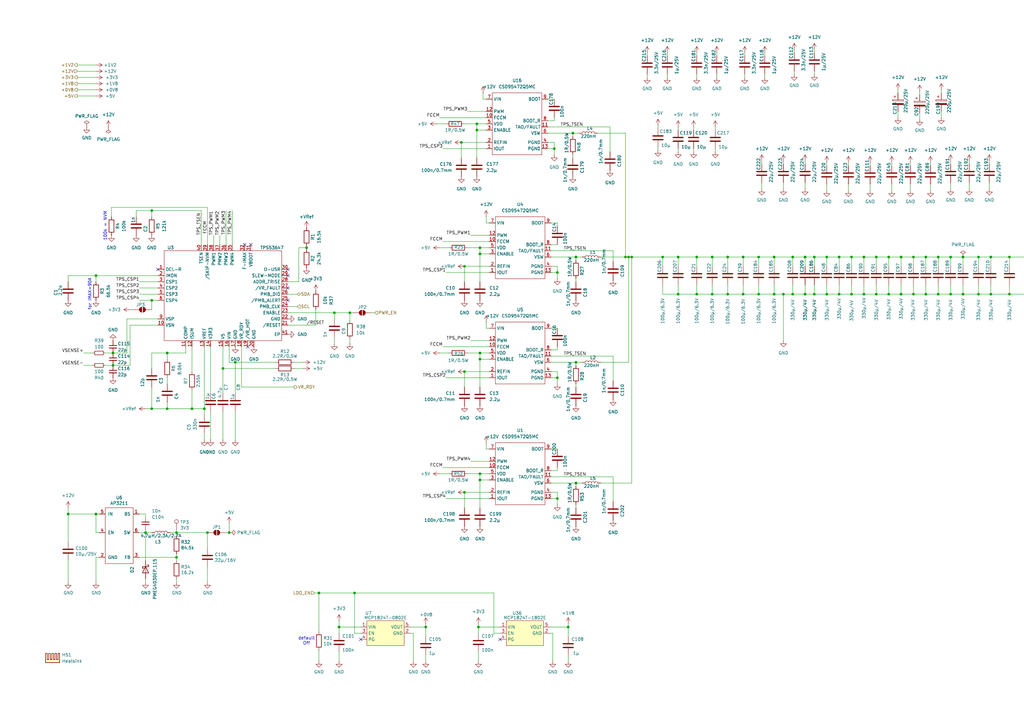
<source format=kicad_sch>
(kicad_sch (version 20231120) (generator "eeschema") (generator_version "8.0")
  (paper "A3")
  (title_block (title "BM1366 bitaxe") (date "2023-10-10") (rev "202"))
  (lib_symbols
    (symbol "+12V_1" (power) (pin_numbers hide) (pin_names (offset 0) hide)
      (property "Value" "+12V" (at 0 3.556 0))
      (symbol "+12V_1_1_1"
        (pin power_in line (at 0 0 90) (length 0) (name "~") (number "1"))
      )
    )
    (symbol "+12V_2" (power) (pin_numbers hide) (pin_names (offset 0) hide)
      (property "Value" "+12V" (at 0 3.556 0))
      (symbol "+12V_2_1_1"
        (pin power_in line (at 0 0 90) (length 0) (name "~") (number "1"))
      )
    )
    (symbol "+3V3_1" (power) (pin_numbers hide) (pin_names (offset 0) hide)
      (property "Value" "+3V3" (at 0 3.556 0))
      (symbol "+3V3_1_1_1"
        (pin power_in line (at 0 0 90) (length 0) (name "~") (number "1"))
      )
    )
    (symbol "+3V3_2" (power) (pin_numbers hide) (pin_names (offset 0) hide)
      (property "Value" "+3V3" (at 0 3.556 0))
      (symbol "+3V3_2_1_1"
        (pin power_in line (at 0 0 90) (length 0) (name "~") (number "1"))
      )
    )
    (symbol "+5V_1" (power) (pin_numbers hide) (pin_names (offset 0) hide)
      (property "Value" "+5V" (at 0 3.556 0))
      (symbol "+5V_1_1_1"
        (pin power_in line (at 0 0 90) (length 0) (name "~") (number "1"))
      )
    )
    (symbol "+5V_2" (power) (pin_numbers hide) (pin_names (offset 0) hide)
      (property "Value" "+5V" (at 0 3.556 0))
      (symbol "+5V_2_1_1"
        (pin power_in line (at 0 0 90) (length 0) (name "~") (number "1"))
      )
    )
    (symbol "+5V_3" (power) (pin_numbers hide) (pin_names (offset 0) hide)
      (property "Value" "+5V" (at 0 3.556 0))
      (symbol "+5V_3_1_1"
        (pin power_in line (at 0 0 90) (length 0) (name "~") (number "1"))
      )
    )
    (symbol "Connector:TestPoint" (pin_numbers hide) (pin_names (offset 0.762) hide)
      (property "Reference" "TP" (at 0 6.858 0))
      (property "Value" "TestPoint" (at 0 5.08 0))
      (symbol "TestPoint_1_1"
        (pin passive line (at 0 0 90) (length 2.54) (name "1") (number "1"))
      )
    )
    (symbol "Connector_Generic:Conn_01x01" (pin_names (offset 1.016) hide)
      (property "Reference" "J" (at 0 2.54 0))
      (property "Value" "Conn_01x01" (at 0 -2.54 0))
      (symbol "Conn_01x01_1_1"
        (pin passive line (at -5.08 0 0) (length 3.81) (name "Pin_1") (number "1"))
      )
    )
    (symbol "Device:C" (pin_numbers hide) (pin_names (offset 0.254))
      (property "Reference" "C" (at 0.635 2.54 0))
      (property "Value" "C" (at 0.635 -2.54 0))
      (symbol "C_1_1"
        (pin passive line (at 0 3.81 270) (length 2.794) (name "~") (number "1"))
        (pin passive line (at 0 -3.81 90) (length 2.794) (name "~") (number "2"))
      )
    )
    (symbol "Device:C_Polarized" (pin_numbers hide) (pin_names (offset 0.254))
      (property "Reference" "C" (at 0.635 2.54 0))
      (property "Value" "C_Polarized" (at 0.635 -2.54 0))
      (symbol "C_Polarized_1_1"
        (pin passive line (at 0 3.81 270) (length 2.794) (name "~") (number "1"))
        (pin passive line (at 0 -3.81 90) (length 2.794) (name "~") (number "2"))
      )
    )
    (symbol "Device:C_Small" (pin_numbers hide) (pin_names (offset 0.254) hide)
      (property "Reference" "C" (at 0.254 1.778 0))
      (property "Value" "C_Small" (at 0.254 -2.032 0))
      (symbol "C_Small_1_1"
        (pin passive line (at 0 2.54 270) (length 2.032) (name "~") (number "1"))
        (pin passive line (at 0 -2.54 90) (length 2.032) (name "~") (number "2"))
      )
    )
    (symbol "Device:D_Schottky" (pin_numbers hide) (pin_names (offset 1.016) hide)
      (property "Reference" "D" (at 0 2.54 0))
      (property "Value" "D_Schottky" (at 0 -2.54 0))
      (symbol "D_Schottky_1_1"
        (pin passive line (at -3.81 0 0) (length 2.54) (name "K") (number "1"))
        (pin passive line (at 3.81 0 180) (length 2.54) (name "A") (number "2"))
      )
    )
    (symbol "Device:L" (pin_numbers hide) (pin_names (offset 1.016) hide)
      (property "Reference" "L" (at -1.27 0 90))
      (property "Value" "L" (at 1.905 0 90))
      (symbol "L_1_1"
        (pin passive line (at 0 3.81 270) (length 1.27) (name "1") (number "1"))
        (pin passive line (at 0 -3.81 90) (length 1.27) (name "2") (number "2"))
      )
    )
    (symbol "Device:R" (pin_numbers hide) (pin_names (offset 0))
      (property "Reference" "R" (at 2.032 0 90))
      (property "Value" "R" (at 0 0 90))
      (symbol "R_1_1"
        (pin passive line (at 0 3.81 270) (length 1.27) (name "~") (number "1"))
        (pin passive line (at 0 -3.81 90) (length 1.27) (name "~") (number "2"))
      )
    )
    (symbol "Device:R_Small" (pin_numbers hide) (pin_names (offset 0.254) hide)
      (property "Reference" "R" (at 0.762 0.508 0))
      (property "Value" "R_Small" (at 0.762 -1.016 0))
      (symbol "R_Small_1_1"
        (pin passive line (at 0 2.54 270) (length 0.762) (name "~") (number "1"))
        (pin passive line (at 0 -2.54 90) (length 0.762) (name "~") (number "2"))
      )
    )
    (symbol "GND_1" (power) (pin_numbers hide) (pin_names (offset 0) hide)
      (property "Value" "GND" (at 0 -3.81 0))
      (symbol "GND_1_1_1"
        (pin power_in line (at 0 0 270) (length 0) (name "~") (number "1"))
      )
    )
    (symbol "GND_2" (power) (pin_numbers hide) (pin_names (offset 0) hide)
      (property "Value" "GND" (at 0 -3.81 0))
      (symbol "GND_2_1_1"
        (pin power_in line (at 0 0 270) (length 0) (name "~") (number "1"))
      )
    )
    (symbol "GND_4" (power) (pin_numbers hide) (pin_names (offset 0) hide)
      (property "Value" "GND" (at 0 -3.81 0))
      (symbol "GND_4_1_1"
        (pin power_in line (at 0 0 270) (length 0) (name "~") (number "1"))
      )
    )
    (symbol "GND_5" (power) (pin_numbers hide) (pin_names (offset 0) hide)
      (property "Value" "GND" (at 0 -3.81 0))
      (symbol "GND_5_1_1"
        (pin power_in line (at 0 0 270) (length 0) (name "~") (number "1"))
      )
    )
    (symbol "GND_6" (power) (pin_numbers hide) (pin_names (offset 0) hide)
      (property "Value" "GND" (at 0 -3.81 0))
      (symbol "GND_6_1_1"
        (pin power_in line (at 0 0 270) (length 0) (name "~") (number "1"))
      )
    )
    (symbol "GND_7" (power) (pin_numbers hide) (pin_names (offset 0) hide)
      (property "Value" "GND" (at 0 -3.81 0))
      (symbol "GND_7_1_1"
        (pin power_in line (at 0 0 270) (length 0) (name "~") (number "1"))
      )
    )
    (symbol "GND_9" (power) (pin_numbers hide) (pin_names (offset 0) hide)
      (property "Value" "GND" (at 0 -3.81 0))
      (symbol "GND_9_1_1"
        (pin power_in line (at 0 0 270) (length 0) (name "~") (number "1"))
      )
    )
    (symbol "Jumper:SolderJumper_2_Open" (pin_numbers hide) (pin_names (offset 0) hide) (exclude_from_sim yes) (in_bom no)
      (property "Reference" "JP" (at 0 2.032 0))
      (property "Value" "SolderJumper_2_Open" (at 0 -2.54 0))
      (symbol "SolderJumper_2_Open_1_1"
        (pin passive line (at -3.81 0 0) (length 2.54) (name "A") (number "1"))
        (pin passive line (at 3.81 0 180) (length 2.54) (name "B") (number "2"))
      )
    )
    (symbol "MCP1824_1"
      (property "Reference" "U4" (at -6.985 6.985 0))
      (property "Value" "MCP1824T-0802E" (at 0 5.08 0))
      (symbol "MCP1824_1_1_0"
        (pin power_in line (at -10.16 1.27 0) (length 2.54) (name "VIN") (number "1"))
        (pin power_in line (at 10.16 -1.27 180) (length 2.54) (name "GND") (number "2"))
        (pin input line (at -10.16 -1.27 0) (length 2.54) (name "EN") (number "3"))
        (pin bidirectional line (at -10.16 -3.81 0) (length 2.54) (name "PG") (number "4"))
        (pin power_out line (at 10.16 1.27 180) (length 2.54) (name "VOUT") (number "5"))
      )
    )
    (symbol "Mechanical:Heatsink" (pin_names (offset 1.016)) (exclude_from_sim yes)
      (property "Reference" "HS" (at 0 5.08 0))
      (property "Value" "Heatsink" (at 0 -1.27 0))
    )
    (symbol "PWR_FLAG_1" (power) (pin_numbers hide) (pin_names (offset 0) hide)
      (property "Value" "PWR_FLAG" (at 0 3.81 0))
      (symbol "PWR_FLAG_1_0_0"
        (pin power_out line (at 0 0 90) (length 0) (name "~") (number "1"))
      )
    )
    (symbol "PWR_FLAG_2" (power) (pin_numbers hide) (pin_names (offset 0) hide)
      (property "Value" "PWR_FLAG" (at 0 3.81 0))
      (symbol "PWR_FLAG_2_0_0"
        (pin power_out line (at 0 0 90) (length 0) (name "~") (number "1"))
      )
    )
    (symbol "bitaxe:MCP1824"
      (property "Reference" "U7" (at -3.175 6.985 0))
      (property "Value" "MCP1824T-1802E" (at 0 5.08 0))
      (symbol "MCP1824_1_0"
        (pin power_in line (at -10.16 1.27 0) (length 2.54) (name "VIN") (number "1"))
        (pin power_in line (at 10.16 -1.27 180) (length 2.54) (name "GND") (number "2"))
        (pin input line (at -10.16 -1.27 0) (length 2.54) (name "EN") (number "3"))
        (pin bidirectional line (at -10.16 -3.81 0) (length 2.54) (name "PG") (number "4"))
        (pin power_out line (at 10.16 1.27 180) (length 2.54) (name "VOUT") (number "5"))
      )
    )
    (symbol "mylib7:+0V8" (power) (exclude_from_sim yes) (in_bom no) (on_board no)
      (property "Value" "+0V8" (at 0 3.175 90))
      (symbol "+0V8_1_1"
        (pin power_in line (at 0 0 90) (length 0) hide (name "+0V8") (number "1"))
      )
    )
    (symbol "mylib7:+VRef" (power) (pin_names (offset 0))
      (property "Value" "+VRef" (at 0 3.556 0))
      (symbol "+VRef_1_1"
        (pin power_in line (at 0 0 90) (length 0) hide (name "+VRef") (number "1"))
      )
    )
    (symbol "mylib7:CSD95472Q5MC"
      (property "Reference" "U" (at -7.366 13.716 0))
      (property "Value" "CSD95472Q5MC" (at -1.524 -13.97 0))
      (symbol "CSD95472Q5MC_1_1"
        (pin output line (at -12.7 -10.16 0) (length 2.54) (name "IOUT") (number "1"))
        (pin input line (at -12.7 2.54 0) (length 2.54) (name "FCCM") (number "10"))
        (pin passive line (at 12.7 -1.27 180) (length 2.54) (name "TAO/FAULT") (number "11"))
        (pin input line (at -12.7 5.08 0) (length 2.54) (name "PWM") (number "12"))
        (pin passive line (at 12.7 -10.16 180) (length 2.54) (name "PGND") (number "13"))
        (pin input line (at -12.7 -7.62 0) (length 2.54) (name "REFIN") (number "2"))
        (pin input line (at -12.7 -2.54 0) (length 2.54) (name "ENABLE") (number "3"))
        (pin passive line (at 12.7 -7.62 180) (length 2.54) (name "PGND") (number "4"))
        (pin power_in line (at -12.7 0 0) (length 2.54) (name "VDD") (number "5"))
        (pin output line (at 12.7 -3.81 180) (length 2.54) (name "VSW") (number "6"))
        (pin power_in line (at -12.7 10.16 0) (length 2.54) (name "VIN") (number "7"))
        (pin input line (at 12.7 1.27 180) (length 2.54) (name "BOOT_R") (number "8"))
        (pin output line (at 12.7 10.16 180) (length 2.54) (name "BOOT") (number "9"))
      )
    )
    (symbol "mylib7:TPS53647"
      (property "Reference" "U" (at -23.368 20.066 0))
      (property "Value" "TPS53647" (at -15.24 0 0))
      (symbol "TPS53647_1_1"
        (pin passive line (at -26.67 11.43 0) (length 2.54) (name "OCL-R") (number "1"))
        (pin input line (at -26.67 -11.43 0) (length 2.54) (name "VSN") (number "10"))
        (pin passive line (at -15.24 -20.32 90) (length 2.54) (name "COMP") (number "11"))
        (pin passive line (at -12.7 -20.32 90) (length 2.54) (name "ISUM") (number "12"))
        (pin power_out line (at -7.62 -20.32 90) (length 2.54) (name "VREF") (number "13"))
        (pin power_out line (at -5.08 -20.32 90) (length 2.54) (name "V3R3") (number "14"))
        (pin power_in line (at 0 -20.32 90) (length 2.54) (name "V5") (number "15"))
        (pin power_in line (at 2.54 -20.32 90) (length 2.54) (name "VIN") (number "16"))
        (pin passive line (at 5.08 -20.32 90) (length 2.54) (name "GND") (number "17"))
        (pin open_collector line (at 7.62 -20.32 90) (length 2.54) (name "VR_RDY") (number "18"))
        (pin open_collector line (at 10.16 -20.32 90) (length 2.54) (name "/VR_HOT") (number "19"))
        (pin passive line (at -26.67 8.89 0) (length 2.54) (name "IMON") (number "2"))
        (pin power_in line (at 12.7 -20.32 90) (length 2.54) (name "GND") (number "20"))
        (pin input line (at 26.67 -11.43 180) (length 2.54) (name "/RESET") (number "21"))
        (pin power_in line (at 26.67 -8.89 180) (length 2.54) (name "GND") (number "22"))
        (pin input line (at 26.67 -6.35 180) (length 2.54) (name "ENABLE") (number "23"))
        (pin input line (at 26.67 -3.81 180) (length 2.54) (name "PMB_CLK") (number "24"))
        (pin open_collector line (at 26.67 -1.27 180) (length 2.54) (name "/PMB_ALERT") (number "25"))
        (pin open_collector line (at 26.67 1.27 180) (length 2.54) (name "PMB_DIO") (number "26"))
        (pin open_collector line (at 26.67 3.81 180) (length 2.54) (name "/VR_FAULT") (number "27"))
        (pin passive line (at 26.67 6.35 180) (length 2.54) (name "ADDR_TRISE") (number "28"))
        (pin passive line (at 26.67 8.89 180) (length 2.54) (name "SLEW-MODE") (number "29"))
        (pin input line (at -26.67 6.35 0) (length 2.54) (name "CSP1") (number "3"))
        (pin passive line (at 26.67 11.43 180) (length 2.54) (name "O-USR") (number "30"))
        (pin passive line (at 11.43 21.59 270) (length 2.54) (name "VBOOT") (number "31"))
        (pin passive line (at 8.89 21.59 270) (length 2.54) (name "F-IMAX") (number "32"))
        (pin output line (at 3.81 21.59 270) (length 2.54) (name "PWM4") (number "35"))
        (pin output line (at 1.27 21.59 270) (length 2.54) (name "PMW3") (number "36"))
        (pin output line (at -1.27 21.59 270) (length 2.54) (name "PMW2") (number "37"))
        (pin output line (at -3.81 21.59 270) (length 2.54) (name "PWM1") (number "38"))
        (pin input line (at -6.35 21.59 270) (length 2.54) (name "/SKIP-NVM") (number "39"))
        (pin input line (at -26.67 3.81 0) (length 2.54) (name "CSP2") (number "4"))
        (pin input line (at -8.89 21.59 270) (length 2.54) (name "TSEN") (number "40"))
        (pin power_in line (at 26.67 -15.24 180) (length 2.54) (name "EP") (number "41"))
        (pin input line (at -26.67 1.27 0) (length 2.54) (name "CSP3") (number "5"))
        (pin input line (at -26.67 -1.27 0) (length 2.54) (name "CSP4") (number "6"))
        (pin input line (at -26.67 -8.89 0) (length 2.54) (name "VSP") (number "9"))
      )
    )
    (symbol "pferdibank-rescue:AP3211-mylib" (pin_names (offset 1.016))
      (property "Reference" "U" (at -5.08 11.43 0))
      (property "Value" "mylib_AP3211" (at 0 -15.24 0))
      (symbol "AP3211-mylib_1_1"
        (pin passive line (at 7.62 7.62 180) (length 2.54) (name "BS") (number "1"))
        (pin power_in line (at -8.89 -10.16 0) (length 2.54) (name "GND") (number "2"))
        (pin input line (at 7.62 -10.16 180) (length 2.54) (name "FB") (number "3"))
        (pin input line (at -8.89 0 0) (length 2.54) (name "EN") (number "4"))
        (pin input line (at -8.89 7.62 0) (length 2.54) (name "IN") (number "5"))
        (pin power_out line (at 7.62 0 180) (length 2.54) (name "SW") (number "6"))
      )
    )
    (symbol "power:+12V" (power) (pin_names (offset 0))
      (property "Value" "+12V" (at 0 3.556 0))
      (symbol "+12V_1_1"
        (pin power_in line (at 0 0 90) (length 0) hide (name "+12V") (number "1"))
      )
    )
    (symbol "power:+1V2" (power) (pin_names (offset 0))
      (property "Value" "+1V2" (at 0 3.556 0))
      (symbol "+1V2_1_1"
        (pin power_in line (at 0 0 90) (length 0) hide (name "+1V2") (number "1"))
      )
    )
    (symbol "power:+1V8" (power) (pin_names (offset 0))
      (property "Value" "+1V8" (at 0 3.556 0))
      (symbol "+1V8_1_1"
        (pin power_in line (at 0 0 90) (length 0) hide (name "+1V8") (number "1"))
      )
    )
    (symbol "power:+3V3" (power) (pin_names (offset 0))
      (property "Value" "+3V3" (at 0 3.556 0))
      (symbol "+3V3_1_1"
        (pin power_in line (at 0 0 90) (length 0) hide (name "+3V3") (number "1"))
      )
    )
    (symbol "power:+5V" (power) (pin_names (offset 0))
      (property "Value" "+5V" (at 0 3.556 0))
      (symbol "+5V_1_1"
        (pin power_in line (at 0 0 90) (length 0) hide (name "+5V") (number "1"))
      )
    )
    (symbol "power:GND" (power) (pin_names (offset 0))
      (property "Value" "GND" (at 0 -3.81 0))
      (symbol "GND_1_1"
        (pin power_in line (at 0 0 270) (length 0) hide (name "GND") (number "1"))
      )
    )
    (symbol "power:PWR_FLAG" (power) (pin_numbers hide) (pin_names (offset 0) hide)
      (property "Value" "PWR_FLAG" (at 0 3.81 0))
      (symbol "PWR_FLAG_0_0"
        (pin power_out line (at 0 0 90) (length 0) (name "pwr") (number "1"))
      )
    )
  )
  (junction (at 285.75 120.65))
  (junction (at 298.45 120.65))
  (junction (at 72.39 228.6))
  (junction (at 311.15 105.41))
  (junction (at 406.4 120.65))
  (junction (at 236.22 148.59))
  (junction (at 190.5 201.93))
  (junction (at 139.065 257.175) (diameter 0.9144))
  (junction (at 298.45 105.41))
  (junction (at 401.32 120.65))
  (junction (at 349.25 105.41))
  (junction (at 359.41 105.41))
  (junction (at 344.17 120.65))
  (junction (at 339.09 120.65))
  (junction (at 68.58 144.78))
  (junction (at 27.94 210.82))
  (junction (at 233.045 257.175))
  (junction (at 369.57 120.65))
  (junction (at 364.49 120.65))
  (junction (at 384.81 105.41))
  (junction (at 91.44 151.13))
  (junction (at 228.6 204.47))
  (junction (at 143.51 128.27))
  (junction (at 62.23 86.36))
  (junction (at 431.8 120.65))
  (junction (at 196.85 101.6))
  (junction (at 311.15 120.65))
  (junction (at 234.95 54.61))
  (junction (at 394.97 120.65))
  (junction (at 145.415 243.205))
  (junction (at 414.02 120.65))
  (junction (at 339.09 105.41))
  (junction (at 278.13 105.41))
  (junction (at 304.8 105.41))
  (junction (at 189.23 58.42))
  (junction (at 317.5 105.41))
  (junction (at 354.33 105.41))
  (junction (at 374.65 105.41))
  (junction (at 196.85 196.85))
  (junction (at 125.73 101.6))
  (junction (at 196.85 194.31))
  (junction (at 379.73 120.65))
  (junction (at 364.49 105.41))
  (junction (at 379.73 105.41))
  (junction (at 62.23 123.19))
  (junction (at 354.33 120.65))
  (junction (at 384.81 120.65))
  (junction (at 78.74 167.64))
  (junction (at 394.97 105.41))
  (junction (at 72.39 218.44))
  (junction (at 46.355 149.86))
  (junction (at 349.25 120.65))
  (junction (at 236.22 198.12))
  (junction (at 68.58 167.64))
  (junction (at 39.37 210.82))
  (junction (at 227.33 60.96))
  (junction (at 174.625 257.175) (diameter 0.9144))
  (junction (at 228.6 111.76))
  (junction (at 196.215 257.175) (diameter 0.9144))
  (junction (at 257.81 105.41))
  (junction (at 334.01 105.41))
  (junction (at 304.8 120.65))
  (junction (at 236.22 105.41))
  (junction (at 85.09 218.44))
  (junction (at 292.1 105.41))
  (junction (at 325.12 105.41))
  (junction (at 196.85 147.32))
  (junction (at 406.4 105.41))
  (junction (at 83.82 167.64))
  (junction (at 330.2 105.41))
  (junction (at 374.65 120.65))
  (junction (at 278.13 120.65))
  (junction (at 190.5 109.22))
  (junction (at 292.1 120.65))
  (junction (at 414.02 105.41))
  (junction (at 325.12 120.65))
  (junction (at 344.17 105.41))
  (junction (at 256.54 105.41))
  (junction (at 62.23 167.64))
  (junction (at 389.89 105.41))
  (junction (at 228.6 154.94))
  (junction (at 195.58 50.8))
  (junction (at 389.89 120.65))
  (junction (at 330.2 120.65))
  (junction (at 46.355 144.78))
  (junction (at 271.78 105.41))
  (junction (at 39.37 113.03))
  (junction (at 137.16 128.27))
  (junction (at 285.75 105.41))
  (junction (at 259.08 105.41))
  (junction (at 130.81 243.205))
  (junction (at 59.69 218.44))
  (junction (at 195.58 53.34))
  (junction (at 429.26 105.41))
  (junction (at 334.01 120.65))
  (junction (at 321.31 120.65))
  (junction (at 196.85 144.78))
  (junction (at 369.57 105.41))
  (junction (at 401.32 105.41))
  (junction (at 93.98 218.44))
  (junction (at 317.5 120.65))
  (junction (at 359.41 120.65))
  (junction (at 190.5 152.4))
  (junction (at 196.85 104.14))
  (junction (at 96.52 148.59))
  (no_connect (at 64.77 110.49))
  (no_connect (at 118.11 113.03))
  (no_connect (at 118.11 123.19))
  (no_connect (at 101.6 142.24))
  (no_connect (at 118.11 118.11))
  (no_connect (at 205.105 262.255))
  (no_connect (at 100.33 100.33))
  (no_connect (at 118.11 110.49))
  (no_connect (at 102.87 100.33))
  (no_connect (at 147.955 262.255))
  (wire (pts (xy 334.01 29.21) (xy 334.01 30.48)))
  (wire (pts (xy 294.005 21.59) (xy 294.005 22.86)))
  (wire (pts (xy 339.09 105.41) (xy 344.17 105.41)))
  (wire (pts (xy 369.57 105.41) (xy 374.65 105.41)))
  (wire (pts (xy 344.17 105.41) (xy 344.17 109.22)))
  (wire (pts (xy 379.73 105.41) (xy 379.73 109.22)))
  (wire (pts (xy 198.12 38.1) (xy 198.12 40.64)))
  (wire (pts (xy 325.12 120.65) (xy 330.2 120.65)))
  (wire (pts (xy 83.82 142.24) (xy 83.82 167.64)))
  (wire (pts (xy 389.89 74.93) (xy 389.89 77.47)))
  (wire (pts (xy 397.51 74.93) (xy 397.51 77.47)))
  (wire (pts (xy 233.045 255.905) (xy 233.045 257.175)))
  (wire (pts (xy 39.37 31.75) (xy 31.75 31.75)))
  (wire (pts (xy 364.49 105.41) (xy 364.49 109.22)))
  (wire (pts (xy 284.48 52.07) (xy 284.48 53.34)))
  (wire (pts (xy 394.97 105.41) (xy 394.97 109.22)))
  (wire (pts (xy 269.875 60.325) (xy 269.875 61.595)))
  (wire (pts (xy 246.38 148.59) (xy 257.81 148.59)))
  (wire (pts (xy 285.75 21.59) (xy 285.75 22.86)))
  (wire (pts (xy 145.415 259.715) (xy 147.955 259.715)))
  (wire (pts (xy 321.31 120.65) (xy 321.31 139.7)))
  (wire (pts (xy 226.06 148.59) (xy 236.22 148.59)))
  (wire (pts (xy 422.91 143.51) (xy 431.8 143.51)))
  (wire (pts (xy 234.95 63.5) (xy 234.95 64.77)))
  (wire (pts (xy 225.425 257.175) (xy 233.045 257.175)))
  (wire (pts (xy 233.045 268.605) (xy 233.045 271.145)))
  (wire (pts (xy 85.09 238.76) (xy 85.09 232.41)))
  (wire (pts (xy 347.98 66.675) (xy 347.98 67.945)))
  (wire (pts (xy 259.08 105.41) (xy 271.78 105.41)))
  (wire (pts (xy 224.79 60.96) (xy 227.33 60.96)))
  (wire (pts (xy 190.5 152.4) (xy 190.5 158.75)))
  (wire (pts (xy 298.45 116.84) (xy 298.45 120.65)))
  (wire (pts (xy 321.31 120.65) (xy 325.12 120.65)))
  (wire (pts (xy 199.39 88.9) (xy 199.39 91.44)))
  (wire (pts (xy 78.74 160.02) (xy 78.74 167.64)))
  (wire (pts (xy 168.275 257.175) (xy 174.625 257.175)))
  (wire (pts (xy 118.11 120.65) (xy 121.92 120.65)))
  (wire (pts (xy 200.66 201.93) (xy 190.5 201.93)))
  (wire (pts (xy 193.04 139.7) (xy 200.66 139.7)))
  (wire (pts (xy 226.695 259.715) (xy 226.695 271.145)))
  (wire (pts (xy 251.46 195.58) (xy 251.46 205.74)))
  (wire (pts (xy 195.58 53.34) (xy 195.58 50.8)))
  (wire (pts (xy 59.69 229.87) (xy 59.69 218.44)))
  (wire (pts (xy 273.685 30.48) (xy 273.685 31.75)))
  (wire (pts (xy 265.43 21.59) (xy 265.43 22.86)))
  (wire (pts (xy 145.415 243.205) (xy 202.565 243.205)))
  (wire (pts (xy 285.75 109.22) (xy 285.75 105.41)))
  (wire (pts (xy 39.37 210.82) (xy 40.64 210.82)))
  (wire (pts (xy 226.06 143.51) (xy 228.6 143.51)))
  (wire (pts (xy 122.555 101.6) (xy 125.73 101.6)))
  (wire (pts (xy 86.36 142.24) (xy 86.36 161.29)))
  (wire (pts (xy 85.09 224.79) (xy 85.09 218.44)))
  (wire (pts (xy 228.6 157.48) (xy 228.6 154.94)))
  (wire (pts (xy 57.15 210.82) (xy 59.69 210.82)))
  (wire (pts (xy 59.69 238.76) (xy 59.69 237.49)))
  (wire (pts (xy 39.37 113.03) (xy 64.77 113.03)))
  (wire (pts (xy 374.65 105.41) (xy 374.65 109.22)))
  (wire (pts (xy 27.94 113.03) (xy 27.94 115.57)))
  (wire (pts (xy 59.69 218.44) (xy 59.69 217.17)))
  (wire (pts (xy 139.065 257.175) (xy 147.955 257.175)))
  (wire (pts (xy 313.69 21.59) (xy 313.69 22.86)))
  (wire (pts (xy 27.94 208.28) (xy 27.94 210.82)))
  (wire (pts (xy 278.13 52.07) (xy 278.13 53.34)))
  (wire (pts (xy 53.34 127) (xy 54.61 127)))
  (wire (pts (xy 190.5 50.8) (xy 195.58 50.8)))
  (wire (pts (xy 226.06 198.12) (xy 236.22 198.12)))
  (wire (pts (xy 85.09 218.44) (xy 72.39 218.44)))
  (wire (pts (xy 394.97 116.84) (xy 394.97 120.65)))
  (wire (pts (xy 381.635 75.565) (xy 381.635 78.105)))
  (wire (pts (xy 226.06 154.94) (xy 228.6 154.94)))
  (wire (pts (xy 137.16 128.27) (xy 137.16 130.81)))
  (wire (pts (xy 224.79 52.07) (xy 250.19 52.07)))
  (wire (pts (xy 236.22 198.12) (xy 236.22 199.39)))
  (wire (pts (xy 339.09 116.84) (xy 339.09 120.65)))
  (wire (pts (xy 226.06 195.58) (xy 251.46 195.58)))
  (wire (pts (xy 72.39 228.6) (xy 72.39 227.33)))
  (wire (pts (xy 45.72 88.9) (xy 45.72 85.09)))
  (wire (pts (xy 39.37 29.21) (xy 31.75 29.21)))
  (wire (pts (xy 246.38 198.12) (xy 259.08 198.12)))
  (wire (pts (xy 196.85 144.78) (xy 200.66 144.78)))
  (wire (pts (xy 91.44 151.13) (xy 113.03 151.13)))
  (wire (pts (xy 76.2 142.24) (xy 76.2 144.78)))
  (wire (pts (xy 285.75 30.48) (xy 285.75 31.75)))
  (wire (pts (xy 369.57 116.84) (xy 369.57 120.65)))
  (wire (pts (xy 292.1 105.41) (xy 292.1 109.22)))
  (wire (pts (xy 125.73 101.6) (xy 125.73 102.235)))
  (wire (pts (xy 90.17 96.52) (xy 90.17 100.33)))
  (wire (pts (xy 359.41 116.84) (xy 359.41 120.65)))
  (wire (pts (xy 118.11 125.73) (xy 121.92 125.73)))
  (wire (pts (xy 317.5 105.41) (xy 325.12 105.41)))
  (wire (pts (xy 68.58 144.78) (xy 62.23 144.78)))
  (wire (pts (xy 199.39 91.44) (xy 200.66 91.44)))
  (wire (pts (xy 228.6 201.93) (xy 226.06 201.93)))
  (wire (pts (xy 224.79 49.53) (xy 227.33 49.53)))
  (wire (pts (xy 414.02 120.65) (xy 431.8 120.65)))
  (wire (pts (xy 364.49 116.84) (xy 364.49 120.65)))
  (wire (pts (xy 27.94 238.76) (xy 27.94 229.87)))
  (wire (pts (xy 429.26 105.41) (xy 429.26 101.6)))
  (wire (pts (xy 298.45 120.65) (xy 304.8 120.65)))
  (wire (pts (xy 64.77 130.81) (xy 52.07 130.81)))
  (wire (pts (xy 374.65 116.84) (xy 374.65 120.65)))
  (wire (pts (xy 190.5 201.93) (xy 190.5 208.28)))
  (wire (pts (xy 379.73 105.41) (xy 384.81 105.41)))
  (wire (pts (xy 180.34 144.78) (xy 184.15 144.78)))
  (wire (pts (xy 43.18 144.78) (xy 46.355 144.78)))
  (wire (pts (xy 83.82 177.8) (xy 83.82 180.34)))
  (wire (pts (xy 325.755 29.21) (xy 325.755 30.48)))
  (wire (pts (xy 46.355 144.78) (xy 52.07 144.78)))
  (wire (pts (xy 179.07 50.8) (xy 182.88 50.8)))
  (wire (pts (xy 284.48 60.96) (xy 284.48 62.23)))
  (wire (pts (xy 334.01 105.41) (xy 339.09 105.41)))
  (wire (pts (xy 259.08 198.12) (xy 259.08 105.41)))
  (wire (pts (xy 344.17 105.41) (xy 349.25 105.41)))
  (wire (pts (xy 68.58 144.78) (xy 68.58 147.32)))
  (wire (pts (xy 344.17 120.65) (xy 349.25 120.65)))
  (wire (pts (xy 406.4 105.41) (xy 414.02 105.41)))
  (wire (pts (xy 226.695 259.715) (xy 225.425 259.715)))
  (wire (pts (xy 92.71 86.36) (xy 92.71 100.33)))
  (wire (pts (xy 356.87 75.565) (xy 356.87 78.105)))
  (wire (pts (xy 83.82 167.64) (xy 78.74 167.64)))
  (wire (pts (xy 72.39 218.44) (xy 69.85 218.44)))
  (wire (pts (xy 228.6 114.3) (xy 228.6 111.76)))
  (wire (pts (xy 59.69 218.44) (xy 62.23 218.44)))
  (wire (pts (xy 381.635 66.675) (xy 381.635 67.945)))
  (wire (pts (xy 72.39 238.76) (xy 72.39 237.49)))
  (wire (pts (xy 304.8 109.22) (xy 304.8 105.41)))
  (wire (pts (xy 199.39 184.15) (xy 200.66 184.15)))
  (wire (pts (xy 199.39 134.62) (xy 200.66 134.62)))
  (wire (pts (xy 143.51 128.27) (xy 143.51 131.445)))
  (wire (pts (xy 354.33 120.65) (xy 359.41 120.65)))
  (wire (pts (xy 397.51 66.04) (xy 397.51 67.31)))
  (wire (pts (xy 304.8 105.41) (xy 311.15 105.41)))
  (wire (pts (xy 195.58 64.77) (xy 195.58 53.34)))
  (wire (pts (xy 195.58 50.8) (xy 199.39 50.8)))
  (wire (pts (xy 368.3 36.83) (xy 368.3 38.1)))
  (wire (pts (xy 304.8 116.84) (xy 304.8 120.65)))
  (wire (pts (xy 374.65 105.41) (xy 379.73 105.41)))
  (wire (pts (xy 344.17 116.84) (xy 344.17 120.65)))
  (wire (pts (xy 364.49 120.65) (xy 369.57 120.65)))
  (wire (pts (xy 317.5 120.65) (xy 321.31 120.65)))
  (wire (pts (xy 384.81 120.65) (xy 389.89 120.65)))
  (wire (pts (xy 354.33 105.41) (xy 359.41 105.41)))
  (wire (pts (xy 196.85 196.85) (xy 200.66 196.85)))
  (wire (pts (xy 379.73 120.65) (xy 384.81 120.65)))
  (wire (pts (xy 256.54 105.41) (xy 257.81 105.41)))
  (wire (pts (xy 405.765 74.93) (xy 405.765 77.47)))
  (wire (pts (xy 93.98 148.59) (xy 96.52 148.59)))
  (wire (pts (xy 199.39 181.61) (xy 199.39 184.15)))
  (wire (pts (xy 294.005 30.48) (xy 294.005 31.75)))
  (wire (pts (xy 199.39 58.42) (xy 189.23 58.42)))
  (wire (pts (xy 347.98 75.565) (xy 347.98 78.105)))
  (wire (pts (xy 292.1 120.65) (xy 298.45 120.65)))
  (wire (pts (xy 87.63 96.52) (xy 87.63 100.33)))
  (wire (pts (xy 99.06 142.24) (xy 99.06 158.75)))
  (wire (pts (xy 39.37 218.44) (xy 40.64 218.44)))
  (wire (pts (xy 317.5 116.84) (xy 317.5 120.65)))
  (wire (pts (xy 401.32 105.41) (xy 401.32 109.22)))
  (wire (pts (xy 189.23 58.42) (xy 189.23 64.77)))
  (wire (pts (xy 91.44 142.24) (xy 91.44 151.13)))
  (wire (pts (xy 386.08 36.83) (xy 386.08 38.1)))
  (wire (pts (xy 57.15 218.44) (xy 59.69 218.44)))
  (wire (pts (xy 122.555 115.57) (xy 122.555 101.6)))
  (wire (pts (xy 429.26 105.41) (xy 431.8 105.41)))
  (wire (pts (xy 250.19 52.07) (xy 250.19 62.23)))
  (wire (pts (xy 72.39 219.71) (xy 72.39 218.44)))
  (wire (pts (xy 368.3 45.72) (xy 368.3 48.26)))
  (wire (pts (xy 334.01 105.41) (xy 334.01 109.22)))
  (wire (pts (xy 386.08 45.72) (xy 386.08 48.26)))
  (wire (pts (xy 228.6 152.4) (xy 226.06 152.4)))
  (wire (pts (xy 236.22 198.12) (xy 238.76 198.12)))
  (wire (pts (xy 330.2 116.84) (xy 330.2 120.65)))
  (wire (pts (xy 293.37 52.07) (xy 293.37 53.34)))
  (wire (pts (xy 271.78 116.84) (xy 271.78 120.65)))
  (wire (pts (xy 236.22 148.59) (xy 238.76 148.59)))
  (wire (pts (xy 406.4 105.41) (xy 406.4 109.22)))
  (wire (pts (xy 83.82 167.64) (xy 83.82 170.18)))
  (wire (pts (xy 199.39 48.26) (xy 180.34 48.26)))
  (wire (pts (xy 196.85 196.85) (xy 196.85 194.31)))
  (wire (pts (xy 57.15 123.19) (xy 62.23 123.19)))
  (wire (pts (xy 311.15 105.41) (xy 317.5 105.41)))
  (wire (pts (xy 339.09 75.565) (xy 339.09 78.105)))
  (wire (pts (xy 137.16 128.27) (xy 143.51 128.27)))
  (wire (pts (xy 57.15 115.57) (xy 64.77 115.57)))
  (wire (pts (xy 246.38 105.41) (xy 256.54 105.41)))
  (wire (pts (xy 174.625 268.605) (xy 174.625 271.145)))
  (wire (pts (xy 298.45 105.41) (xy 298.45 109.22)))
  (wire (pts (xy 39.37 228.6) (xy 40.64 228.6)))
  (wire (pts (xy 374.65 120.65) (xy 379.73 120.65)))
  (wire (pts (xy 86.36 180.34) (xy 86.36 168.91)))
  (wire (pts (xy 227.33 60.96) (xy 227.33 58.42)))
  (wire (pts (xy 313.69 30.48) (xy 313.69 31.75)))
  (wire (pts (xy 76.2 144.78) (xy 68.58 144.78)))
  (wire (pts (xy 321.31 66.04) (xy 321.31 67.31)))
  (wire (pts (xy 137.16 138.43) (xy 137.16 140.97)))
  (wire (pts (xy 118.11 133.35) (xy 129.54 133.35)))
  (wire (pts (xy 198.12 40.64) (xy 199.39 40.64)))
  (wire (pts (xy 226.06 134.62) (xy 228.6 134.62)))
  (wire (pts (xy 278.13 105.41) (xy 285.75 105.41)))
  (wire (pts (xy 118.11 128.27) (xy 137.16 128.27)))
  (wire (pts (xy 330.2 105.41) (xy 334.01 105.41)))
  (wire (pts (xy 414.02 116.84) (xy 414.02 120.65)))
  (wire (pts (xy 389.89 66.04) (xy 389.89 67.31)))
  (wire (pts (xy 85.09 85.09) (xy 85.09 100.33)))
  (wire (pts (xy 68.58 167.64) (xy 62.23 167.64)))
  (wire (pts (xy 330.2 120.65) (xy 334.01 120.65)))
  (wire (pts (xy 389.89 120.65) (xy 394.97 120.65)))
  (wire (pts (xy 196.85 147.32) (xy 196.85 144.78)))
  (wire (pts (xy 414.02 105.41) (xy 414.02 109.22)))
  (wire (pts (xy 226.06 102.87) (xy 251.46 102.87)))
  (wire (pts (xy 27.94 210.82) (xy 39.37 210.82)))
  (wire (pts (xy 68.58 165.1) (xy 68.58 167.64)))
  (wire (pts (xy 62.23 167.64) (xy 62.23 158.75)))
  (wire (pts (xy 227.33 49.53) (xy 227.33 48.26)))
  (wire (pts (xy 191.77 144.78) (xy 196.85 144.78)))
  (wire (pts (xy 196.85 194.31) (xy 200.66 194.31)))
  (wire (pts (xy 233.045 257.175) (xy 233.045 260.985)))
  (wire (pts (xy 27.94 113.03) (xy 39.37 113.03)))
  (wire (pts (xy 226.06 204.47) (xy 228.6 204.47)))
  (wire (pts (xy 191.77 101.6) (xy 196.85 101.6)))
  (wire (pts (xy 369.57 105.41) (xy 369.57 109.22)))
  (wire (pts (xy 285.75 120.65) (xy 292.1 120.65)))
  (wire (pts (xy 334.01 20.32) (xy 334.01 21.59)))
  (wire (pts (xy 354.33 120.65) (xy 354.33 116.84)))
  (wire (pts (xy 196.215 255.905) (xy 196.215 257.175)))
  (wire (pts (xy 325.755 20.32) (xy 325.755 21.59)))
  (wire (pts (xy 373.38 75.565) (xy 373.38 78.105)))
  (wire (pts (xy 317.5 105.41) (xy 317.5 109.22)))
  (wire (pts (xy 226.06 91.44) (xy 228.6 91.44)))
  (wire (pts (xy 68.58 154.94) (xy 68.58 157.48)))
  (wire (pts (xy 228.6 111.76) (xy 228.6 109.22)))
  (wire (pts (xy 228.6 91.44) (xy 228.6 92.71)))
  (wire (pts (xy 72.39 217.17) (xy 72.39 218.44)))
  (wire (pts (xy 46.355 149.86) (xy 53.34 149.86)))
  (wire (pts (xy 431.8 135.89) (xy 431.8 143.51)))
  (wire (pts (xy 191.77 194.31) (xy 196.85 194.31)))
  (wire (pts (xy 356.87 66.675) (xy 356.87 67.945)))
  (wire (pts (xy 236.22 207.01) (xy 236.22 208.28)))
  (wire (pts (xy 429.26 105.41) (xy 429.26 128.27)))
  (wire (pts (xy 349.25 105.41) (xy 354.33 105.41)))
  (wire (pts (xy 82.55 86.36) (xy 62.23 86.36)))
  (wire (pts (xy 196.85 158.75) (xy 196.85 147.32)))
  (wire (pts (xy 118.11 115.57) (xy 122.555 115.57)))
  (wire (pts (xy 120.65 151.13) (xy 124.46 151.13)))
  (wire (pts (xy 57.15 228.6) (xy 72.39 228.6)))
  (wire (pts (xy 278.13 120.65) (xy 285.75 120.65)))
  (wire (pts (xy 196.85 147.32) (xy 200.66 147.32)))
  (wire (pts (xy 228.6 109.22) (xy 226.06 109.22)))
  (wire (pts (xy 349.25 105.41) (xy 349.25 109.22)))
  (wire (pts (xy 62.23 144.78) (xy 62.23 151.13)))
  (wire (pts (xy 226.06 105.41) (xy 236.22 105.41)))
  (wire (pts (xy 365.76 75.565) (xy 365.76 78.105)))
  (wire (pts (xy 334.01 116.84) (xy 334.01 120.65)))
  (wire (pts (xy 256.54 54.61) (xy 256.54 105.41)))
  (wire (pts (xy 196.85 208.28) (xy 196.85 196.85)))
  (wire (pts (xy 311.15 105.41) (xy 311.15 109.22)))
  (wire (pts (xy 278.13 60.96) (xy 278.13 62.23)))
  (wire (pts (xy 224.79 54.61) (xy 234.95 54.61)))
  (wire (pts (xy 273.685 21.59) (xy 273.685 22.86)))
  (wire (pts (xy 93.98 214.63) (xy 93.98 218.44)))
  (wire (pts (xy 379.73 116.84) (xy 379.73 120.65)))
  (wire (pts (xy 377.19 37.465) (xy 377.19 38.735)))
  (wire (pts (xy 305.435 30.48) (xy 305.435 31.75)))
  (wire (pts (xy 406.4 116.84) (xy 406.4 120.65)))
  (wire (pts (xy 55.88 86.36) (xy 55.88 88.9)))
  (wire (pts (xy 292.1 105.41) (xy 298.45 105.41)))
  (wire (pts (xy 39.37 210.82) (xy 39.37 218.44)))
  (wire (pts (xy 193.04 189.23) (xy 200.66 189.23)))
  (wire (pts (xy 401.32 105.41) (xy 406.4 105.41)))
  (wire (pts (xy 195.58 53.34) (xy 199.39 53.34)))
  (wire (pts (xy 236.22 105.41) (xy 238.76 105.41)))
  (wire (pts (xy 143.51 139.065) (xy 143.51 140.97)))
  (wire (pts (xy 34.29 144.78) (xy 38.1 144.78)))
  (wire (pts (xy 257.81 105.41) (xy 259.08 105.41)))
  (wire (pts (xy 196.85 115.57) (xy 196.85 104.14)))
  (wire (pts (xy 27.94 222.25) (xy 27.94 210.82)))
  (wire (pts (xy 228.6 207.01) (xy 228.6 204.47)))
  (wire (pts (xy 39.37 26.67) (xy 31.75 26.67)))
  (wire (pts (xy 191.77 45.72) (xy 199.39 45.72)))
  (wire (pts (xy 139.065 257.175) (xy 139.065 259.715)))
  (wire (pts (xy 93.98 142.24) (xy 93.98 148.59)))
  (wire (pts (xy 311.15 120.65) (xy 317.5 120.65)))
  (wire (pts (xy 200.66 152.4) (xy 190.5 152.4)))
  (wire (pts (xy 53.34 133.35) (xy 53.34 149.86)))
  (wire (pts (xy 226.06 193.04) (xy 228.6 193.04)))
  (wire (pts (xy 190.5 109.22) (xy 190.5 115.57)))
  (wire (pts (xy 384.81 105.41) (xy 384.81 109.22)))
  (wire (pts (xy 130.81 243.205) (xy 145.415 243.205)))
  (wire (pts (xy 228.6 143.51) (xy 228.6 142.24)))
  (wire (pts (xy 384.81 116.84) (xy 384.81 120.65)))
  (wire (pts (xy 394.97 105.41) (xy 401.32 105.41)))
  (wire (pts (xy 182.88 111.76) (xy 200.66 111.76)))
  (wire (pts (xy 339.09 120.65) (xy 334.01 120.65)))
  (wire (pts (xy 330.2 74.93) (xy 330.2 77.47)))
  (wire (pts (xy 174.625 257.175) (xy 174.625 260.985)))
  (wire (pts (xy 251.46 102.87) (xy 251.46 107.315)))
  (wire (pts (xy 384.81 105.41) (xy 389.89 105.41)))
  (wire (pts (xy 228.6 204.47) (xy 228.6 201.93)))
  (wire (pts (xy 182.88 154.94) (xy 200.66 154.94)))
  (wire (pts (xy 200.66 142.24) (xy 181.61 142.24)))
  (wire (pts (xy 57.15 118.11) (xy 64.77 118.11)))
  (wire (pts (xy 181.61 60.96) (xy 199.39 60.96)))
  (wire (pts (xy 349.25 116.84) (xy 349.25 120.65)))
  (wire (pts (xy 234.95 54.61) (xy 237.49 54.61)))
  (wire (pts (xy 139.065 267.335) (xy 139.065 271.145)))
  (wire (pts (xy 196.215 267.335) (xy 196.215 271.145)))
  (wire (pts (xy 180.34 194.31) (xy 184.15 194.31)))
  (wire (pts (xy 251.46 146.05) (xy 251.46 156.21)))
  (wire (pts (xy 226.06 146.05) (xy 251.46 146.05)))
  (wire (pts (xy 152.4 128.27) (xy 153.67 128.27)))
  (wire (pts (xy 365.76 66.675) (xy 365.76 67.945)))
  (wire (pts (xy 143.51 128.27) (xy 144.78 128.27)))
  (wire (pts (xy 234.95 54.61) (xy 234.95 55.88)))
  (wire (pts (xy 96.52 168.91) (xy 96.52 180.34)))
  (wire (pts (xy 278.13 105.41) (xy 278.13 109.22)))
  (wire (pts (xy 196.85 101.6) (xy 200.66 101.6)))
  (wire (pts (xy 196.85 104.14) (xy 196.85 101.6)))
  (wire (pts (xy 226.06 184.15) (xy 228.6 184.15)))
  (wire (pts (xy 57.15 120.65) (xy 64.77 120.65)))
  (wire (pts (xy 145.415 243.205) (xy 145.415 259.715)))
  (wire (pts (xy 236.22 157.48) (xy 236.22 158.75)))
  (wire (pts (xy 78.74 167.64) (xy 68.58 167.64)))
  (wire (pts (xy 59.69 167.64) (xy 62.23 167.64)))
  (wire (pts (xy 99.06 158.75) (xy 120.65 158.75)))
  (wire (pts (xy 269.875 51.435) (xy 269.875 52.705)))
  (wire (pts (xy 227.33 58.42) (xy 224.79 58.42)))
  (wire (pts (xy 401.32 120.65) (xy 406.4 120.65)))
  (wire (pts (xy 344.17 120.65) (xy 339.09 120.65)))
  (wire (pts (xy 373.38 66.675) (xy 373.38 67.945)))
  (wire (pts (xy 62.23 86.36) (xy 62.23 88.9)))
  (wire (pts (xy 120.65 148.59) (xy 124.46 148.59)))
  (wire (pts (xy 169.545 259.715) (xy 169.545 271.145)))
  (wire (pts (xy 257.81 105.41) (xy 257.81 148.59)))
  (wire (pts (xy 227.33 63.5) (xy 227.33 60.96)))
  (wire (pts (xy 325.12 105.41) (xy 330.2 105.41)))
  (wire (pts (xy 349.25 120.65) (xy 354.33 120.65)))
  (wire (pts (xy 200.66 191.77) (xy 181.61 191.77)))
  (wire (pts (xy 339.09 105.41) (xy 339.09 109.22)))
  (wire (pts (xy 193.04 96.52) (xy 200.66 96.52)))
  (wire (pts (xy 228.6 193.04) (xy 228.6 191.77)))
  (wire (pts (xy 405.765 66.04) (xy 405.765 67.31)))
  (wire (pts (xy 62.23 127) (xy 62.23 123.19)))
  (wire (pts (xy 43.18 149.86) (xy 46.355 149.86)))
  (wire (pts (xy 354.33 105.41) (xy 354.33 109.22)))
  (wire (pts (xy 39.37 238.76) (xy 39.37 228.6)))
  (wire (pts (xy 196.85 104.14) (xy 200.66 104.14)))
  (wire (pts (xy 45.72 85.09) (xy 85.09 85.09)))
  (wire (pts (xy 39.37 34.29) (xy 31.75 34.29)))
  (wire (pts (xy 265.43 30.48) (xy 265.43 31.75)))
  (wire (pts (xy 305.435 21.59) (xy 305.435 22.86)))
  (wire (pts (xy 389.89 105.41) (xy 394.97 105.41)))
  (wire (pts (xy 129.54 127) (xy 129.54 133.35)))
  (wire (pts (xy 130.81 243.205) (xy 130.81 259.08)))
  (wire (pts (xy 59.69 210.82) (xy 59.69 212.09)))
  (wire (pts (xy 196.215 257.175) (xy 196.215 259.715)))
  (wire (pts (xy 394.97 120.65) (xy 401.32 120.65)))
  (wire (pts (xy 245.11 54.61) (xy 256.54 54.61)))
  (wire (pts (xy 359.41 105.41) (xy 364.49 105.41)))
  (wire (pts (xy 174.625 255.905) (xy 174.625 257.175)))
  (wire (pts (xy 228.6 154.94) (xy 228.6 152.4)))
  (wire (pts (xy 285.75 105.41) (xy 292.1 105.41)))
  (wire (pts (xy 271.78 105.41) (xy 271.78 109.22)))
  (wire (pts (xy 236.22 148.59) (xy 236.22 149.86)))
  (wire (pts (xy 95.25 86.36) (xy 95.25 100.33)))
  (wire (pts (xy 62.23 86.36) (xy 55.88 86.36)))
  (wire (pts (xy 202.565 243.205) (xy 202.565 259.715)))
  (wire (pts (xy 34.29 149.86) (xy 38.1 149.86)))
  (wire (pts (xy 339.09 66.675) (xy 339.09 67.945)))
  (wire (pts (xy 364.49 105.41) (xy 369.57 105.41)))
  (wire (pts (xy 52.07 144.78) (xy 52.07 130.81)))
  (wire (pts (xy 330.2 105.41) (xy 330.2 109.22)))
  (wire (pts (xy 31.75 39.37) (xy 39.37 39.37)))
  (wire (pts (xy 226.06 100.33) (xy 228.6 100.33)))
  (wire (pts (xy 93.98 218.44) (xy 92.71 218.44)))
  (wire (pts (xy 325.12 105.41) (xy 325.12 109.22)))
  (wire (pts (xy 199.39 132.08) (xy 199.39 134.62)))
  (wire (pts (xy 182.88 204.47) (xy 200.66 204.47)))
  (wire (pts (xy 72.39 229.87) (xy 72.39 228.6)))
  (wire (pts (xy 236.22 105.41) (xy 236.22 106.68)))
  (wire (pts (xy 139.065 254.635) (xy 139.065 257.175)))
  (wire (pts (xy 312.42 74.93) (xy 312.42 77.47)))
  (wire (pts (xy 304.8 120.65) (xy 311.15 120.65)))
  (wire (pts (xy 285.75 116.84) (xy 285.75 120.65)))
  (wire (pts (xy 377.19 46.355) (xy 377.19 48.895)))
  (wire (pts (xy 130.81 266.7) (xy 130.81 271.145)))
  (wire (pts (xy 82.55 86.36) (xy 82.55 100.33)))
  (wire (pts (xy 271.78 120.65) (xy 278.13 120.65)))
  (wire (pts (xy 169.545 259.715) (xy 168.275 259.715)))
  (wire (pts (xy 414.02 105.41) (xy 429.26 105.41)))
  (wire (pts (xy 62.23 123.19) (xy 64.77 123.19)))
  (wire (pts (xy 311.15 116.84) (xy 311.15 120.65)))
  (wire (pts (xy 298.45 105.41) (xy 304.8 105.41)))
  (wire (pts (xy 389.89 116.84) (xy 389.89 120.65)))
  (wire (pts (xy 401.32 116.84) (xy 401.32 120.65)))
  (wire (pts (xy 91.44 151.13) (xy 91.44 161.29)))
  (wire (pts (xy 224.79 40.64) (xy 227.33 40.64)))
  (wire (pts (xy 325.12 116.84) (xy 325.12 120.65)))
  (wire (pts (xy 205.105 259.715) (xy 202.565 259.715)))
  (wire (pts (xy 226.06 111.76) (xy 228.6 111.76)))
  (wire (pts (xy 39.37 36.83) (xy 31.75 36.83)))
  (wire (pts (xy 389.89 105.41) (xy 389.89 109.22)))
  (wire (pts (xy 429.26 135.89) (xy 429.26 139.7)))
  (wire (pts (xy 422.91 139.7) (xy 429.26 139.7)))
  (wire (pts (xy 96.52 148.59) (xy 113.03 148.59)))
  (wire (pts (xy 278.13 116.84) (xy 278.13 120.65)))
  (wire (pts (xy 200.66 99.06) (xy 181.61 99.06)))
  (wire (pts (xy 96.52 148.59) (xy 96.52 161.29)))
  (wire (pts (xy 330.2 66.04) (xy 330.2 67.31)))
  (wire (pts (xy 78.74 142.24) (xy 78.74 152.4)))
  (wire (pts (xy 292.1 116.84) (xy 292.1 120.65)))
  (wire (pts (xy 180.34 101.6) (xy 184.15 101.6)))
  (wire (pts (xy 369.57 120.65) (xy 374.65 120.65)))
  (wire (pts (xy 293.37 60.96) (xy 293.37 62.23)))
  (wire (pts (xy 64.77 133.35) (xy 53.34 133.35)))
  (wire (pts (xy 406.4 120.65) (xy 414.02 120.65)))
  (wire (pts (xy 196.215 257.175) (xy 205.105 257.175)))
  (wire (pts (xy 128.905 243.205) (xy 130.81 243.205)))
  (wire (pts (xy 125.73 101.6) (xy 125.73 100.965)))
  (wire (pts (xy 321.31 74.93) (xy 321.31 77.47)))
  (wire (pts (xy 312.42 66.04) (xy 312.42 67.31)))
  (wire (pts (xy 359.41 120.65) (xy 364.49 120.65)))
  (wire (pts (xy 431.8 120.65) (xy 431.8 128.27)))
  (wire (pts (xy 236.22 114.3) (xy 236.22 115.57)))
  (wire (pts (xy 271.78 105.41) (xy 278.13 105.41)))
  (wire (pts (xy 91.44 168.91) (xy 91.44 180.34)))
  (wire (pts (xy 200.66 109.22) (xy 190.5 109.22)))
  (wire (pts (xy 39.37 113.03) (xy 39.37 115.57)))
  (wire (pts (xy 359.41 105.41) (xy 359.41 109.22)))
  (text "default\nOff" (at 125.73 262.89 0) (effects (font (size 1.27 1.27))))
  (text "for IMAX=90A" (at 36.83 120.65 90) (effects (font (size 1.27 1.27))))
  (text "100k = NVM" (at 43.18 92.71 90) (effects (font (size 1.27 1.27))))
  (label "TPS_TSEN" (at 231.14 195.58 0))
  (label "TPS_PWM1" (at 87.63 96.52 90))
  (label "FCCM" (at 181.61 191.77 180))
  (label "TPS_CSP1" (at 57.15 115.57 180))
  (label "FCCM" (at 181.61 142.24 180))
  (label "TPS_PWM4" (at 95.25 86.36 270))
  (label "{slash}RESET" (at 125.73 133.35 0))
  (label "TPS_CSP4" (at 182.88 204.47 180))
  (label "TPS_TSEN" (at 82.55 96.52 90))
  (label "TPS_PWM3" (at 92.71 86.36 270))
  (label "TPS_CSP4" (at 57.15 123.19 180))
  (label "TPS_TSEN" (at 231.14 102.87 0))
  (label "TPS_PWM1" (at 193.04 96.52 180))
  (label "FCCM" (at 181.61 99.06 180))
  (label "TPS_PWM2" (at 193.04 139.7 180))
  (label "TPS_TSEN" (at 229.87 52.07 0))
  (label "TPS_CSP2" (at 57.15 118.11 180))
  (label "TPS_PWM2" (at 90.17 96.52 90))
  (label "VSENSE+" (at 34.29 144.78 180))
  (label "TPS_PWM4" (at 193.04 189.23 180))
  (label "TPS_CSP3" (at 57.15 120.65 180))
  (label "VSENSE-" (at 424.18 143.51 0))
  (label "VSENSE-" (at 34.29 149.86 180))
  (label "TPS_CSP2" (at 182.88 154.94 180))
  (label "TPS_CSP3" (at 181.61 60.96 180))
  (label "TPS_CSP1" (at 182.88 111.76 180))
  (label "FCCM" (at 180.34 48.26 180))
  (label "VSENSE+" (at 424.18 139.7 0))
  (label "TPS_TSEN" (at 231.14 146.05 0))
  (label "FCCM" (at 85.09 95.885 90))
  (label "TPS_PWM3" (at 191.77 45.72 180))
  (hierarchical_label "VR_RDY" (shape output) (at 120.65 158.75 0))
  (hierarchical_label "+1V2" (shape output) (at 31.75 26.67 180))
  (hierarchical_label "+12V" (shape input) (at 31.75 29.21 180))
  (hierarchical_label "SCL" (shape input) (at 121.92 125.73 0))
  (hierarchical_label "SDA" (shape bidirectional) (at 121.92 120.65 0))
  (hierarchical_label "+1V8" (shape output) (at 31.75 34.29 180))
  (hierarchical_label "+3V3" (shape output) (at 31.75 31.75 180))
  (hierarchical_label "+5V" (shape output) (at 31.75 39.37 180))
  (hierarchical_label "+0V8" (shape output) (at 31.75 36.83 180))
  (hierarchical_label "PWR_EN" (shape input) (at 153.67 128.27 0))
  (hierarchical_label "LDO_EN" (shape input) (at 128.905 243.205 180))
  (symbol (lib_id "power:GND") (at 397.51 77.47 0) (unit 1)
    (property "Reference" "#PWR0336" (effects (hide yes)))
    (property "Value" "GND" (at 397.51 82.042 0))
  )
  (symbol (lib_id "power:GND") (at 339.09 78.105 0) (unit 1)
    (property "Reference" "#PWR0145" (effects (hide yes)))
    (property "Value" "GND" (at 339.09 82.677 0))
  )
  (symbol (lib_id "power:GND") (at 381.635 78.105 0) (unit 1)
    (property "Reference" "#PWR0160" (effects (hide yes)))
    (property "Value" "GND" (at 381.635 82.677 0))
  )
  (symbol (lib_name "GND_2") (lib_id "power:GND") (at 190.5 123.19 0) (unit 1)
    (property "Reference" "#PWR044" (effects (hide yes)))
    (property "Value" "GND" (at 190.5 128.27 0))
    (property "Description" "Power symbol creates a global label with name \"GND\" , ground" (effects (hide yes)))
  )
  (symbol (lib_id "power:GND") (at 312.42 77.47 0) (unit 1)
    (property "Reference" "#PWR0358" (effects (hide yes)))
    (property "Value" "GND" (at 312.42 82.042 0))
  )
  (symbol (lib_id "power:GND") (at 233.045 271.145 0) (mirror y) (unit 1)
    (property "Reference" "#PWR0199" (effects (hide yes)))
    (property "Value" "GND" (at 233.045 275.59 0))
  )
  (symbol (lib_id "power:+12V") (at 273.685 21.59 0) (unit 1)
    (property "Reference" "#PWR0351" (effects (hide yes)))
    (property "Value" "+12V" (at 273.685 16.51 0))
  )
  (symbol (lib_name "+5V_1") (lib_id "power:+5V") (at 180.34 101.6 90) (unit 1)
    (property "Reference" "#PWR041" (effects (hide yes)))
    (property "Value" "+5V" (at 176.53 101.5999 90) (effects (justify left)))
    (property "Description" "Power symbol creates a global label with name \"+5V\"" (effects (hide yes)))
  )
  (symbol (lib_id "pferdibank-rescue:AP3211-mylib") (at 49.53 218.44 0) (unit 1)
    (property "Reference" "U6" (at 48.895 204.089 0))
    (property "Value" "AP3211" (at 48.895 206.4004 0))
    (property "Footprint" "Package_TO_SOT_SMD:SOT-23-6" (effects (hide yes)))
    (property "Distributor" "D" (effects (hide yes)))
    (property "Manufacturer" "AP3211KTR-G1" (effects (hide yes)))
    (property "OrderNr" "AP3211KTR-G1DICT-ND" (effects (hide yes)))
  )
  (symbol (lib_id "power:+12V") (at 285.75 21.59 0) (unit 1)
    (property "Reference" "#PWR0325" (effects (hide yes)))
    (property "Value" "+12V" (at 285.75 16.51 0))
  )
  (symbol (lib_id "Device:C") (at 373.38 71.755 0) (unit 1)
    (property "Reference" "C81" (at 372.11 70.485 90) (effects (justify left)))
    (property "Value" "22µ/25V" (at 377.19 75.565 90) (effects (justify left)))
    (property "Footprint" "Capacitor_SMD:C_1210_3225Metric" (effects (hide yes)))
    (property "Distributor" "D" (effects (hide yes)))
    (property "Manufacturer" "C1210C226K3PAC7800" (effects (hide yes)))
    (property "OrderNr" "399-C1210C226K3PAC7800CT-ND" (effects (hide yes)))
  )
  (symbol (lib_name "GND_2") (lib_id "power:GND") (at 228.6 207.01 0) (unit 1)
    (property "Reference" "#PWR0347" (effects (hide yes)))
    (property "Value" "GND" (at 228.6 212.09 0))
    (property "Description" "Power symbol creates a global label with name \"GND\" , ground" (effects (hide yes)))
  )
  (symbol (lib_id "Device:R") (at 236.22 203.2 180) (unit 1)
    (property "Reference" "R53" (at 238.76 205.74 90) (effects (justify right)))
    (property "Value" "1R/0.5W" (at 233.68 206.375 90) (effects (justify right)))
    (property "Footprint" "Resistor_SMD:R_0805_2012Metric" (effects (hide yes)))
    (property "Description" "Resistor" (effects (hide yes)))
    (property "Distributor" "D" (effects (hide yes)))
    (property "Manufacturer" "CRCW08051R00FKEAHP" (effects (hide yes)))
    (property "OrderNr" "541-1.00TCT-ND" (effects (hide yes)))
  )
  (symbol (lib_name "+5V_1") (lib_id "power:+5V") (at 179.07 50.8 90) (unit 1)
    (property "Reference" "#PWR0317" (effects (hide yes)))
    (property "Value" "+5V" (at 175.26 50.7999 90) (effects (justify left)))
    (property "Description" "Power symbol creates a global label with name \"+5V\"" (effects (hide yes)))
  )
  (symbol (lib_id "Device:C") (at 374.65 113.03 0) (unit 1)
    (property "Reference" "C98" (at 373.38 111.76 90) (effects (justify left)))
    (property "Value" "330µ/4V" (at 374.396 131.572 90) (effects (justify left)))
    (property "Footprint" "Capacitor_SMD:C_1210_3225Metric" (effects (hide yes)))
    (property "Distributor" "D" (effects (hide yes)))
    (property "Manufacturer" "GRM32ER60G337ME05K" (effects (hide yes)))
    (property "OrderNr" "490-GRM32ER60G337ME05KCT-ND" (effects (hide yes)))
  )
  (symbol (lib_id "Device:R") (at 234.95 59.69 180) (unit 1)
    (property "Reference" "R48" (at 237.49 62.23 90) (effects (justify right)))
    (property "Value" "1R/0.5W" (at 232.41 62.865 90) (effects (justify right)))
    (property "Footprint" "Resistor_SMD:R_0805_2012Metric" (effects (hide yes)))
    (property "Description" "Resistor" (effects (hide yes)))
    (property "Distributor" "D" (effects (hide yes)))
    (property "Manufacturer" "CRCW08051R00FKEAHP" (effects (hide yes)))
    (property "OrderNr" "541-1.00TCT-ND" (effects (hide yes)))
  )
  (symbol (lib_id "power:GND") (at 169.545 271.145 0) (mirror y) (unit 1)
    (property "Reference" "#PWR0181" (effects (hide yes)))
    (property "Value" "GND" (at 169.545 275.59 0))
  )
  (symbol (lib_id "power:+12V") (at 381.635 66.675 0) (unit 1)
    (property "Reference" "#PWR0159" (effects (hide yes)))
    (property "Value" "+12V" (at 381.635 61.595 0))
  )
  (symbol (lib_id "power:+12V") (at 377.19 37.465 0) (unit 1)
    (property "Reference" "#PWR0161" (effects (hide yes)))
    (property "Value" "+12V" (at 377.19 32.385 0))
  )
  (symbol (lib_id "Device:C") (at 349.25 113.03 0) (unit 1)
    (property "Reference" "C86" (at 347.98 111.76 90) (effects (justify left)))
    (property "Value" "330µ/4V" (at 349.25 131.826 90) (effects (justify left)))
    (property "Footprint" "Capacitor_SMD:C_1210_3225Metric" (effects (hide yes)))
    (property "Distributor" "D" (effects (hide yes)))
    (property "Manufacturer" "GRM32ER60G337ME05K" (effects (hide yes)))
    (property "OrderNr" "490-GRM32ER60G337ME05KCT-ND" (effects (hide yes)))
  )
  (symbol (lib_id "Device:C") (at 55.88 92.71 0) (mirror y) (unit 1)
    (property "Reference" "C2" (at 59.69 95.25 90) (effects (justify left)))
    (property "Value" "1n" (at 54.61 91.44 90) (effects (justify left)))
    (property "Footprint" "Capacitor_SMD:C_0805_2012Metric" (effects (hide yes)))
  )
  (symbol (lib_id "Device:C") (at 384.81 113.03 0) (unit 1)
    (property "Reference" "C188" (at 383.54 111.76 90) (effects (justify left)))
    (property "Value" "330µ/4V" (at 384.81 131.572 90) (effects (justify left)))
    (property "Footprint" "Capacitor_SMD:C_1210_3225Metric" (effects (hide yes)))
    (property "Distributor" "D" (effects (hide yes)))
    (property "Manufacturer" "GRM32ER60G337ME05K" (effects (hide yes)))
    (property "OrderNr" "490-GRM32ER60G337ME05KCT-ND" (effects (hide yes)))
  )
  (symbol (lib_id "power:+12V") (at 305.435 21.59 0) (unit 1)
    (property "Reference" "#PWR0228" (effects (hide yes)))
    (property "Value" "+12V" (at 305.435 16.51 0))
  )
  (symbol (lib_id "Device:C") (at 273.685 26.67 0) (unit 1)
    (property "Reference" "C216" (at 272.415 25.4 90) (effects (justify left)))
    (property "Value" "1µ/25V" (at 277.495 30.48 90) (effects (justify left)))
    (property "Footprint" "Capacitor_SMD:C_0805_2012Metric" (effects (hide yes)))
  )
  (symbol (lib_id "power:+12V") (at 330.2 66.04 0) (unit 1)
    (property "Reference" "#PWR0361" (effects (hide yes)))
    (property "Value" "+12V" (at 330.2 60.96 0))
  )
  (symbol (lib_name "GND_7") (lib_id "power:GND") (at 278.13 62.23 0) (unit 1)
    (property "Reference" "#PWR029" (effects (hide yes)))
    (property "Value" "GND" (at 278.13 67.31 0))
  )
  (symbol (lib_id "power:GND") (at 273.685 31.75 0) (unit 1)
    (property "Reference" "#PWR0352" (effects (hide yes)))
    (property "Value" "GND" (at 273.685 36.322 0))
  )
  (symbol (lib_id "Device:C") (at 330.2 71.12 0) (unit 1)
    (property "Reference" "C224" (at 328.93 69.85 90) (effects (justify left)))
    (property "Value" "22µ/25V" (at 334.01 74.93 90) (effects (justify left)))
    (property "Footprint" "Capacitor_SMD:C_1210_3225Metric" (effects (hide yes)))
    (property "Distributor" "D" (effects (hide yes)))
    (property "Manufacturer" "C1210C226K3PAC7800" (effects (hide yes)))
    (property "OrderNr" "399-C1210C226K3PAC7800CT-ND" (effects (hide yes)))
  )
  (symbol (lib_id "Device:C") (at 174.625 264.795 0) (unit 1)
    (property "Reference" "C105" (at 175.895 262.89 0) (effects (justify left bottom)))
    (property "Value" "1µ" (at 175.895 268.605 0) (effects (justify left bottom)))
    (property "Footprint" "Capacitor_SMD:C_0805_2012Metric" (effects (hide yes)))
  )
  (symbol (lib_name "GND_5") (lib_id "power:GND") (at 91.44 180.34 0) (unit 1)
    (property "Reference" "#PWR024" (effects (hide yes)))
    (property "Value" "GND" (at 91.44 185.42 0))
    (property "Description" "Power symbol creates a global label with name \"GND\" , ground" (effects (hide yes)))
  )
  (symbol (lib_id "Device:C") (at 414.02 113.03 0) (unit 1)
    (property "Reference" "C214" (at 412.75 111.76 90) (effects (justify left)))
    (property "Value" "330µ/4V" (at 414.02 131.572 90) (effects (justify left)))
    (property "Footprint" "Capacitor_SMD:C_1210_3225Metric" (effects (hide yes)))
    (property "Distributor" "D" (effects (hide yes)))
    (property "Manufacturer" "GRM32ER60G337ME05K" (effects (hide yes)))
    (property "OrderNr" "490-GRM32ER60G337ME05KCT-ND" (effects (hide yes)))
  )
  (symbol (lib_id "Device:R") (at 186.69 50.8 90) (mirror x) (unit 1)
    (property "Reference" "R47" (at 186.69 50.8 90))
    (property "Value" "1R/0.5W" (at 186.69 53.34 90))
    (property "Footprint" "Resistor_SMD:R_0805_2012Metric" (effects (hide yes)))
    (property "Description" "Resistor" (effects (hide yes)))
    (property "Distributor" "D" (effects (hide yes)))
    (property "Manufacturer" "CRCW08051R00FKEAHP" (effects (hide yes)))
    (property "OrderNr" "541-1.00TCT-ND" (effects (hide yes)))
  )
  (symbol (lib_id "Device:C") (at 389.89 113.03 0) (unit 1)
    (property "Reference" "C189" (at 388.62 111.76 90) (effects (justify left)))
    (property "Value" "330µ/4V" (at 389.89 131.572 90) (effects (justify left)))
    (property "Footprint" "Capacitor_SMD:C_1210_3225Metric" (effects (hide yes)))
    (property "Distributor" "D" (effects (hide yes)))
    (property "Manufacturer" "GRM32ER60G337ME05K" (effects (hide yes)))
    (property "OrderNr" "490-GRM32ER60G337ME05KCT-ND" (effects (hide yes)))
  )
  (symbol (lib_id "Device:C") (at 389.89 71.12 0) (unit 1)
    (property "Reference" "C191" (at 388.62 69.85 90) (effects (justify left)))
    (property "Value" "22µ/25V" (at 393.7 74.93 90) (effects (justify left)))
    (property "Footprint" "Capacitor_SMD:C_1210_3225Metric" (effects (hide yes)))
    (property "Distributor" "D" (effects (hide yes)))
    (property "Manufacturer" "C1210C226K3PAC7800" (effects (hide yes)))
    (property "OrderNr" "399-C1210C226K3PAC7800CT-ND" (effects (hide yes)))
  )
  (symbol (lib_id "Device:C") (at 62.23 154.94 0) (mirror y) (unit 1)
    (property "Reference" "C3" (at 66.04 157.48 90) (effects (justify left)))
    (property "Value" "12p" (at 58.42 158.75 90) (effects (justify left)))
    (property "Footprint" "Capacitor_SMD:C_0603_1608Metric" (effects (hide yes)))
  )
  (symbol (lib_id "power:GND") (at 405.765 77.47 0) (unit 1)
    (property "Reference" "#PWR0338" (effects (hide yes)))
    (property "Value" "GND" (at 405.765 82.042 0))
  )
  (symbol (lib_name "+3V3_1") (lib_id "power:+3V3") (at 129.54 119.38 0) (unit 1)
    (property "Reference" "#PWR02" (effects (hide yes)))
    (property "Value" "+3V3" (at 129.54 114.3 0))
    (property "Description" "Power symbol creates a global label with name \"+3V3\"" (effects (hide yes)))
  )
  (symbol (lib_id "Device:C") (at 271.78 113.03 0) (unit 1)
    (property "Reference" "C206" (at 270.51 111.76 90) (effects (justify left)))
    (property "Value" "100µ/6.3V" (at 271.78 132.842 90) (effects (justify left)))
    (property "Footprint" "Capacitor_SMD:C_1210_3225Metric" (effects (hide yes)))
    (property "Distributor" "D" (effects (hide yes)))
    (property "Manufacturer" "C1210C107M8PAC7800" (effects (hide yes)))
    (property "OrderNr" "399-C1210C107M8PAC7800CT-ND" (effects (hide yes)))
  )
  (symbol (lib_id "mylib7:+VRef") (at 190.5 152.4 90) (unit 1)
    (property "Reference" "#PWR045" (effects (hide yes)))
    (property "Value" "+VRef" (at 186.69 152.3999 90) (effects (justify left)))
    (property "Description" "Power symbol creates a global label with name \"+3.3V\"" (effects (hide yes)))
  )
  (symbol (lib_id "power:GND") (at 294.005 31.75 0) (unit 1)
    (property "Reference" "#PWR0328" (effects (hide yes)))
    (property "Value" "GND" (at 294.005 36.322 0))
  )
  (symbol (lib_id "power:+3V3") (at 196.215 255.905 0) (unit 1)
    (property "Reference" "#PWR0193" (effects (hide yes)))
    (property "Value" "+3V3" (at 196.215 250.825 0))
  )
  (symbol (lib_id "power:GND") (at 368.3 48.26 0) (unit 1)
    (property "Reference" "#PWR0356" (effects (hide yes)))
    (property "Value" "GND" (at 368.3 52.832 0))
  )
  (symbol (lib_name "GND_7") (lib_id "power:GND") (at 284.48 62.23 0) (unit 1)
    (property "Reference" "#PWR036" (effects (hide yes)))
    (property "Value" "GND" (at 284.48 67.31 0))
  )
  (symbol (lib_id "Device:C") (at 285.75 113.03 0) (unit 1)
    (property "Reference" "C21" (at 284.48 111.76 90) (effects (justify left)))
    (property "Value" "100µ/6.3V" (at 285.75 132.842 90) (effects (justify left)))
    (property "Footprint" "Capacitor_SMD:C_1210_3225Metric" (effects (hide yes)))
    (property "Distributor" "D" (effects (hide yes)))
    (property "Manufacturer" "C1210C107M8PAC7800" (effects (hide yes)))
    (property "OrderNr" "399-C1210C107M8PAC7800CT-ND" (effects (hide yes)))
  )
  (symbol (lib_id "Device:L") (at 241.3 54.61 90) (unit 1)
    (property "Reference" "L4" (at 241.935 52.705 90))
    (property "Value" "220nH" (at 241.3 55.88 90))
    (property "Footprint" "myfootprints:IFLR-4031GC-01-8x10" (effects (hide yes)))
    (property "Distributor" "D" (effects (hide yes)))
    (property "Manufacturer" "FP1008R5-R220-R" (effects (hide yes)))
    (property "OrderNr" "283-FP1008R5-R220-RCT-ND" (effects (hide yes)))
  )
  (symbol (lib_id "power:+12V") (at 365.76 66.675 0) (unit 1)
    (property "Reference" "#PWR0148" (effects (hide yes)))
    (property "Value" "+12V" (at 365.76 61.595 0))
  )
  (symbol (lib_id "Device:C") (at 334.01 113.03 0) (unit 1)
    (property "Reference" "C186" (at 332.74 111.76 90) (effects (justify left)))
    (property "Value" "330µ/4V" (at 334.01 131.572 90) (effects (justify left)))
    (property "Footprint" "Capacitor_SMD:C_1210_3225Metric" (effects (hide yes)))
    (property "Distributor" "D" (effects (hide yes)))
    (property "Manufacturer" "GRM32ER60G337ME05K" (effects (hide yes)))
    (property "OrderNr" "490-GRM32ER60G337ME05KCT-ND" (effects (hide yes)))
  )
  (symbol (lib_id "mylib7:TPS53647") (at 91.44 121.92 0) (unit 1)
    (property "Reference" "U3" (at 68.58 101.6 0) (effects (justify left)))
    (property "Value" "TPS53647" (at 106.68 101.6 0) (effects (justify left)))
    (property "Footprint" "Package_DFN_QFN:Texas_RHA0040B_VQFN-40-1EP_6x6mm_P0.5mm_EP4.15x4.15mm_ThermalVias" (effects (hide yes)))
    (property "Distributor" "D" (effects (hide yes)))
    (property "Manufacturer" "TPS53647RTAR" (effects (hide yes)))
    (property "OrderNr" "296-51986-1-ND" (effects (hide yes)))
  )
  (symbol (lib_name "GND_2") (lib_id "power:GND") (at 251.46 163.83 0) (unit 1)
    (property "Reference" "#PWR0218" (effects (hide yes)))
    (property "Value" "GND" (at 251.46 168.91 0))
    (property "Description" "Power symbol creates a global label with name \"GND\" , ground" (effects (hide yes)))
  )
  (symbol (lib_id "power:+3V3") (at 39.37 31.75 270) (mirror x) (unit 1)
    (property "Reference" "#PWR016" (effects (hide yes)))
    (property "Value" "+3V3" (at 43.18 31.75 90) (effects (justify left)))
  )
  (symbol (lib_id "power:GND") (at 365.76 78.105 0) (unit 1)
    (property "Reference" "#PWR0153" (effects (hide yes)))
    (property "Value" "GND" (at 365.76 82.677 0))
  )
  (symbol (lib_id "Device:C") (at 278.13 113.03 0) (unit 1)
    (property "Reference" "C207" (at 276.86 111.76 90) (effects (justify left)))
    (property "Value" "100µ/6.3V" (at 278.13 132.842 90) (effects (justify left)))
    (property "Footprint" "Capacitor_SMD:C_1210_3225Metric" (effects (hide yes)))
    (property "Distributor" "D" (effects (hide yes)))
    (property "Manufacturer" "C1210C107M8PAC7800" (effects (hide yes)))
    (property "OrderNr" "399-C1210C107M8PAC7800CT-ND" (effects (hide yes)))
  )
  (symbol (lib_id "Jumper:SolderJumper_2_Open") (at 58.42 127 0) (unit 1) (exclude_from_sim yes) (in_bom no)
    (property "Reference" "JP3" (at 57.658 124.968 0))
    (property "Value" "Disable Phase 4" (effects (hide yes)))
    (property "Footprint" "Jumper:SolderJumper-2_P1.3mm_Open_RoundedPad1.0x1.5mm" (effects (hide yes)))
    (property "Description" "Solder Jumper, 2-pole, open" (effects (hide yes)))
  )
  (symbol (lib_id "Device:C") (at 195.58 68.58 0) (unit 1)
    (property "Reference" "C177" (at 199.39 67.3099 0) (effects (justify left)))
    (property "Value" "2.2µ" (at 199.39 69.8499 0) (effects (justify left)))
    (property "Footprint" "Capacitor_SMD:C_0805_2012Metric" (effects (hide yes)))
    (property "Description" "Unpolarized capacitor" (effects (hide yes)))
  )
  (symbol (lib_id "Device:C") (at 190.5 119.38 0) (mirror y) (unit 1)
    (property "Reference" "C10" (at 186.69 118.1099 0) (effects (justify left)))
    (property "Value" "100n/0.7mm" (at 186.69 120.6499 0) (effects (justify left)))
    (property "Footprint" "Capacitor_SMD:C_0805_2012Metric" (effects (hide yes)))
    (property "Description" "Unpolarized capacitor" (effects (hide yes)))
    (property "Distributor" "D" (effects (hide yes)))
    (property "Manufacturer" "AC0805KRX7R9BB104" (effects (hide yes)))
    (property "OrderNr" "311-3037-1-ND" (effects (hide yes)))
  )
  (symbol (lib_name "+12V_1") (lib_id "power:+12V") (at 199.39 88.9 0) (unit 1)
    (property "Reference" "#PWR049" (effects (hide yes)))
    (property "Value" "+12V" (at 199.39 83.82 0))
    (property "Description" "Power symbol creates a global label with name \"+12V\"" (effects (hide yes)))
  )
  (symbol (lib_id "Device:C_Polarized") (at 386.08 41.91 0) (unit 1)
    (property "Reference" "C190" (at 384.81 46.99 90) (effects (justify left)))
    (property "Value" "220µ/25V" (at 389.255 46.355 90) (effects (justify left)))
    (property "Footprint" "Capacitor_SMD:CP_Elec_8x10" (effects (hide yes)))
    (property "Distributor" "D" (effects (hide yes)))
    (property "Manufacturer" "875075355002" (effects (hide yes)))
    (property "OrderNr" "732-6489-1-ND" (effects (hide yes)))
  )
  (symbol (lib_id "power:+1V2") (at 429.26 101.6 0) (unit 1)
    (property "Reference" "#PWR0166" (effects (hide yes)))
    (property "Value" "+1V2" (at 429.26 96.52 0))
  )
  (symbol (lib_id "Device:C") (at 228.6 138.43 0) (unit 1)
    (property "Reference" "C16" (at 227.33 137.16 90) (effects (justify left)))
    (property "Value" "100n" (at 231.775 142.24 90) (effects (justify left)))
    (property "Footprint" "Capacitor_SMD:C_0805_2012Metric" (effects (hide yes)))
  )
  (symbol (lib_id "Device:C") (at 339.09 113.03 0) (unit 1)
    (property "Reference" "C48" (at 337.82 111.76 90) (effects (justify left)))
    (property "Value" "330µ/4V" (at 339.09 131.572 90) (effects (justify left)))
    (property "Footprint" "Capacitor_SMD:C_1210_3225Metric" (effects (hide yes)))
    (property "Distributor" "D" (effects (hide yes)))
    (property "Manufacturer" "GRM32ER60G337ME05K" (effects (hide yes)))
    (property "OrderNr" "490-GRM32ER60G337ME05KCT-ND" (effects (hide yes)))
  )
  (symbol (lib_id "Device:C") (at 196.85 119.38 0) (unit 1)
    (property "Reference" "C12" (at 200.66 118.1099 0) (effects (justify left)))
    (property "Value" "2.2µ" (at 200.66 120.6499 0) (effects (justify left)))
    (property "Footprint" "Capacitor_SMD:C_0805_2012Metric" (effects (hide yes)))
    (property "Description" "Unpolarized capacitor" (effects (hide yes)))
  )
  (symbol (lib_id "Device:C") (at 356.87 71.755 0) (unit 1)
    (property "Reference" "C111" (at 355.6 70.485 90) (effects (justify left)))
    (property "Value" "22µ/25V" (at 360.68 75.565 90) (effects (justify left)))
    (property "Footprint" "Capacitor_SMD:C_1210_3225Metric" (effects (hide yes)))
    (property "Distributor" "D" (effects (hide yes)))
    (property "Manufacturer" "C1210C226K3PAC7800" (effects (hide yes)))
    (property "OrderNr" "399-C1210C226K3PAC7800CT-ND" (effects (hide yes)))
  )
  (symbol (lib_id "Device:R") (at 45.72 92.71 180) (unit 1)
    (property "Reference" "R4" (at 48.26 92.71 90))
    (property "Value" "100k" (at 50.8 92.71 90))
    (property "Footprint" "Resistor_SMD:R_0805_2012Metric" (effects (hide yes)))
    (property "Description" "Resistor" (effects (hide yes)))
  )
  (symbol (lib_id "mylib7:+VRef") (at 125.73 93.345 0) (unit 1)
    (property "Reference" "#PWR023" (effects (hide yes)))
    (property "Value" "+VRef" (at 125.73 88.9 0))
    (property "Description" "Power symbol creates a global label with name \"+3.3V\"" (effects (hide yes)))
  )
  (symbol (lib_name "GND_9") (lib_id "power:GND") (at 46.355 154.94 0) (unit 1)
    (property "Reference" "#PWR0221" (effects (hide yes)))
    (property "Value" "GND" (at 46.355 160.02 0))
    (property "Description" "Power symbol creates a global label with name \"GND\" , ground" (effects (hide yes)))
  )
  (symbol (lib_id "Device:C") (at 85.09 228.6 0) (unit 1)
    (property "Reference" "C106" (at 88.011 227.4316 0) (effects (justify left)))
    (property "Value" "22µ/16V" (at 88.011 229.743 0) (effects (justify left)))
    (property "Footprint" "Capacitor_SMD:C_1206_3216Metric" (effects (hide yes)))
  )
  (symbol (lib_id "Device:C") (at 379.73 113.03 0) (unit 1)
    (property "Reference" "C187" (at 378.46 111.76 90) (effects (justify left)))
    (property "Value" "330µ/4V" (at 379.73 131.572 90) (effects (justify left)))
    (property "Footprint" "Capacitor_SMD:C_1210_3225Metric" (effects (hide yes)))
    (property "Distributor" "D" (effects (hide yes)))
    (property "Manufacturer" "GRM32ER60G337ME05K" (effects (hide yes)))
    (property "OrderNr" "490-GRM32ER60G337ME05KCT-ND" (effects (hide yes)))
  )
  (symbol (lib_id "Device:L") (at 242.57 198.12 90) (unit 1)
    (property "Reference" "L5" (at 243.205 196.215 90))
    (property "Value" "220nH" (at 242.57 199.39 90))
    (property "Footprint" "Qaxe:IFLR-4031GC-01-8x10" (effects (hide yes)))
    (property "Distributor" "D" (effects (hide yes)))
    (property "Manufacturer" "FP1008R5-R220-R" (effects (hide yes)))
    (property "OrderNr" "283-FP1008R5-R220-RCT-ND" (effects (hide yes)))
  )
  (symbol (lib_name "+5V_1") (lib_id "power:+5V") (at 180.34 144.78 90) (unit 1)
    (property "Reference" "#PWR042" (effects (hide yes)))
    (property "Value" "+5V" (at 176.53 144.7799 90) (effects (justify left)))
    (property "Description" "Power symbol creates a global label with name \"+5V\"" (effects (hide yes)))
  )
  (symbol (lib_id "Device:R") (at 68.58 151.13 180) (unit 1)
    (property "Reference" "R6" (at 71.12 151.13 90))
    (property "Value" "8.06k" (at 73.66 151.13 90))
    (property "Footprint" "Resistor_SMD:R_0805_2012Metric" (effects (hide yes)))
    (property "Description" "Resistor" (effects (hide yes)))
  )
  (symbol (lib_id "Device:C") (at 317.5 113.03 0) (unit 1)
    (property "Reference" "C185" (at 316.23 111.76 90) (effects (justify left)))
    (property "Value" "100µ/6.3V" (at 317.5 132.842 90) (effects (justify left)))
    (property "Footprint" "Capacitor_SMD:C_1210_3225Metric" (effects (hide yes)))
    (property "Distributor" "D" (effects (hide yes)))
    (property "Manufacturer" "C1210C107M8PAC7800" (effects (hide yes)))
    (property "OrderNr" "399-C1210C107M8PAC7800CT-ND" (effects (hide yes)))
  )
  (symbol (lib_id "Device:C") (at 189.23 68.58 0) (mirror y) (unit 1)
    (property "Reference" "C176" (at 185.42 67.3099 0) (effects (justify left)))
    (property "Value" "100n/0.7mm" (at 185.42 69.8499 0) (effects (justify left)))
    (property "Footprint" "Capacitor_SMD:C_0805_2012Metric" (effects (hide yes)))
    (property "Description" "Unpolarized capacitor" (effects (hide yes)))
    (property "Distributor" "D" (effects (hide yes)))
    (property "Manufacturer" "AC0805KRX7R9BB104" (effects (hide yes)))
    (property "OrderNr" "311-3037-1-ND" (effects (hide yes)))
  )
  (symbol (lib_id "Device:C") (at 190.5 162.56 0) (mirror y) (unit 1)
    (property "Reference" "C11" (at 186.69 161.2899 0) (effects (justify left)))
    (property "Value" "100n/0.7mm" (at 186.69 163.8299 0) (effects (justify left)))
    (property "Footprint" "Capacitor_SMD:C_0805_2012Metric" (effects (hide yes)))
    (property "Description" "Unpolarized capacitor" (effects (hide yes)))
    (property "Distributor" "D" (effects (hide yes)))
    (property "Manufacturer" "AC0805KRX7R9BB104" (effects (hide yes)))
    (property "OrderNr" "311-3037-1-ND" (effects (hide yes)))
  )
  (symbol (lib_name "GND_2") (lib_id "power:GND") (at 234.95 72.39 0) (unit 1)
    (property "Reference" "#PWR0323" (effects (hide yes)))
    (property "Value" "GND" (at 234.95 77.47 0))
    (property "Description" "Power symbol creates a global label with name \"GND\" , ground" (effects (hide yes)))
  )
  (symbol (lib_id "Device:C") (at 405.765 71.12 0) (unit 1)
    (property "Reference" "C193" (at 404.495 69.85 90) (effects (justify left)))
    (property "Value" "22µ/25V" (at 409.575 74.93 90) (effects (justify left)))
    (property "Footprint" "Capacitor_SMD:C_1210_3225Metric" (effects (hide yes)))
    (property "Distributor" "D" (effects (hide yes)))
    (property "Manufacturer" "C1210C226K3PAC7800" (effects (hide yes)))
    (property "OrderNr" "399-C1210C226K3PAC7800CT-ND" (effects (hide yes)))
  )
  (symbol (lib_name "+5V_2") (lib_id "power:+5V") (at 124.46 151.13 270) (unit 1)
    (property "Reference" "#PWR033" (effects (hide yes)))
    (property "Value" "+5V" (at 128.27 151.1299 90) (effects (justify left)))
    (property "Description" "Power symbol creates a global label with name \"+5V\"" (effects (hide yes)))
  )
  (symbol (lib_id "power:+12V") (at 325.755 20.32 0) (unit 1)
    (property "Reference" "#PWR0225" (effects (hide yes)))
    (property "Value" "+12V" (at 325.755 15.24 0))
  )
  (symbol (lib_id "power:+12V") (at 334.01 20.32 0) (unit 1)
    (property "Reference" "#PWR0224" (effects (hide yes)))
    (property "Value" "+12V" (at 334.01 15.24 0))
  )
  (symbol (lib_id "Device:C") (at 312.42 71.12 0) (unit 1)
    (property "Reference" "C222" (at 311.15 69.85 90) (effects (justify left)))
    (property "Value" "22µ/25V" (at 316.23 74.93 90) (effects (justify left)))
    (property "Footprint" "Capacitor_SMD:C_1210_3225Metric" (effects (hide yes)))
    (property "Distributor" "D" (effects (hide yes)))
    (property "Manufacturer" "C1210C226K3PAC7800" (effects (hide yes)))
    (property "OrderNr" "399-C1210C226K3PAC7800CT-ND" (effects (hide yes)))
  )
  (symbol (lib_id "Device:C") (at 234.95 68.58 0) (mirror y) (unit 1)
    (property "Reference" "C179" (at 238.76 71.12 90) (effects (justify left)))
    (property "Value" "1n/0.7mm" (at 231.775 74.93 90) (effects (justify left)))
    (property "Footprint" "Capacitor_SMD:C_0805_2012Metric" (effects (hide yes)))
    (property "Distributor" "D" (effects (hide yes)))
    (property "Manufacturer" "CC0805KRX7R0BB102" (effects (hide yes)))
    (property "OrderNr" "311-1472-1-ND" (effects (hide yes)))
  )
  (symbol (lib_name "GND_2") (lib_id "power:GND") (at 196.85 123.19 0) (unit 1)
    (property "Reference" "#PWR047" (effects (hide yes)))
    (property "Value" "GND" (at 196.85 128.27 0))
    (property "Description" "Power symbol creates a global label with name \"GND\" , ground" (effects (hide yes)))
  )
  (symbol (lib_id "power:GND") (at 305.435 31.75 0) (unit 1)
    (property "Reference" "#PWR0229" (effects (hide yes)))
    (property "Value" "GND" (at 305.435 36.322 0))
  )
  (symbol (lib_id "power:+12V") (at 313.69 21.59 0) (unit 1)
    (property "Reference" "#PWR0230" (effects (hide yes)))
    (property "Value" "+12V" (at 313.69 16.51 0))
  )
  (symbol (lib_id "Device:C_Polarized") (at 377.19 42.545 0) (unit 1)
    (property "Reference" "C92" (at 375.92 47.625 90) (effects (justify left)))
    (property "Value" "220µ/25V" (at 380.365 46.99 90) (effects (justify left)))
    (property "Footprint" "Capacitor_SMD:CP_Elec_8x10" (effects (hide yes)))
    (property "Distributor" "D" (effects (hide yes)))
    (property "Manufacturer" "875075355002" (effects (hide yes)))
    (property "OrderNr" "732-6489-1-ND" (effects (hide yes)))
  )
  (symbol (lib_id "power:GND") (at 39.37 238.76 0) (unit 1)
    (property "Reference" "#PWR0173" (effects (hide yes)))
    (property "Value" "GND" (at 39.497 243.1542 0))
  )
  (symbol (lib_id "power:+12V") (at 312.42 66.04 0) (unit 1)
    (property "Reference" "#PWR0357" (effects (hide yes)))
    (property "Value" "+12V" (at 312.42 60.96 0))
  )
  (symbol (lib_id "Device:R") (at 143.51 135.255 0) (unit 1)
    (property "Reference" "R38" (at 146.05 133.985 0) (effects (justify left)))
    (property "Value" "10k" (at 146.05 136.525 0) (effects (justify left)))
    (property "Footprint" "Resistor_SMD:R_0805_2012Metric" (effects (hide yes)))
  )
  (symbol (lib_id "Device:C") (at 311.15 113.03 0) (unit 1)
    (property "Reference" "C184" (at 309.88 111.76 90) (effects (justify left)))
    (property "Value" "100µ/6.3V" (at 311.15 132.842 90) (effects (justify left)))
    (property "Footprint" "Capacitor_SMD:C_1210_3225Metric" (effects (hide yes)))
    (property "Distributor" "D" (effects (hide yes)))
    (property "Manufacturer" "C1210C107M8PAC7800" (effects (hide yes)))
    (property "OrderNr" "399-C1210C107M8PAC7800CT-ND" (effects (hide yes)))
  )
  (symbol (lib_id "power:+1V8") (at 39.37 34.29 270) (mirror x) (unit 1)
    (property "Reference" "#PWR017" (effects (hide yes)))
    (property "Value" "+1V8" (at 43.18 34.29 90) (effects (justify left)))
  )
  (symbol (lib_id "Device:C") (at 190.5 212.09 0) (mirror y) (unit 1)
    (property "Reference" "C198" (at 186.69 210.8199 0) (effects (justify left)))
    (property "Value" "100n/0.7mm" (at 186.69 213.3599 0) (effects (justify left)))
    (property "Footprint" "Capacitor_SMD:C_0805_2012Metric" (effects (hide yes)))
    (property "Description" "Unpolarized capacitor" (effects (hide yes)))
    (property "Distributor" "D" (effects (hide yes)))
    (property "Manufacturer" "AC0805KRX7R9BB104" (effects (hide yes)))
    (property "OrderNr" "311-3037-1-ND" (effects (hide yes)))
  )
  (symbol (lib_id "power:GND") (at 85.09 238.76 0) (unit 1)
    (property "Reference" "#PWR0188" (effects (hide yes)))
    (property "Value" "GND" (at 85.217 243.1542 0))
  )
  (symbol (lib_name "GND_6") (lib_id "power:GND") (at 137.16 140.97 0) (unit 1)
    (property "Reference" "#PWR034" (effects (hide yes)))
    (property "Value" "GND" (at 137.16 146.05 0))
    (property "Description" "Power symbol creates a global label with name \"GND\" , ground" (effects (hide yes)))
  )
  (symbol (lib_name "GND_2") (lib_id "power:GND") (at 227.33 63.5 0) (unit 1)
    (property "Reference" "#PWR0322" (effects (hide yes)))
    (property "Value" "GND" (at 227.33 68.58 0))
    (property "Description" "Power symbol creates a global label with name \"GND\" , ground" (effects (hide yes)))
  )
  (symbol (lib_name "PWR_FLAG_2") (lib_id "power:PWR_FLAG") (at 93.98 218.44 270) (unit 1)
    (property "Reference" "#FLG02" (effects (hide yes)))
    (property "Value" "PWR_FLAG" (at 97.155 218.4399 90) (effects (justify left)))
    (property "Description" "Special symbol for telling ERC where power comes from" (effects (hide yes)))
  )
  (symbol (lib_id "power:+12V") (at 44.45 52.07 0) (unit 1)
    (property "Reference" "#PWR019" (effects (hide yes)))
    (property "Value" "+12V" (at 44.45 46.99 0))
  )
  (symbol (lib_id "Device:C") (at 265.43 26.67 0) (unit 1)
    (property "Reference" "C215" (at 264.16 25.4 90) (effects (justify left)))
    (property "Value" "3.3n/25V" (at 269.24 30.48 90) (effects (justify left)))
    (property "Footprint" "Capacitor_SMD:C_0805_2012Metric" (effects (hide yes)))
  )
  (symbol (lib_id "power:GND") (at 139.065 271.145 0) (mirror y) (unit 1)
    (property "Reference" "#PWR0172" (effects (hide yes)))
    (property "Value" "GND" (at 139.065 275.59 0))
  )
  (symbol (lib_id "Device:C") (at 196.85 212.09 0) (unit 1)
    (property "Reference" "C199" (at 200.66 210.8199 0) (effects (justify left)))
    (property "Value" "2.2µ" (at 200.66 213.3599 0) (effects (justify left)))
    (property "Footprint" "Capacitor_SMD:C_0805_2012Metric" (effects (hide yes)))
    (property "Description" "Unpolarized capacitor" (effects (hide yes)))
  )
  (symbol (lib_id "mylib7:+VRef") (at 59.69 167.64 90) (unit 1)
    (property "Reference" "#PWR010" (effects (hide yes)))
    (property "Value" "+VRef" (at 55.88 167.6399 90) (effects (justify left)))
    (property "Description" "Power symbol creates a global label with name \"+3.3V\"" (effects (hide yes)))
  )
  (symbol (lib_id "Device:C") (at 228.6 96.52 0) (unit 1)
    (property "Reference" "C14" (at 227.33 95.25 90) (effects (justify left)))
    (property "Value" "100n" (at 231.775 100.33 90) (effects (justify left)))
    (property "Footprint" "Capacitor_SMD:C_0805_2012Metric" (effects (hide yes)))
  )
  (symbol (lib_id "Device:R") (at 125.73 97.155 180) (unit 1)
    (property "Reference" "R1" (at 128.27 97.155 90))
    (property "Value" "16.5k" (at 130.81 97.155 90))
    (property "Footprint" "Resistor_SMD:R_0805_2012Metric" (effects (hide yes)))
    (property "Description" "Resistor" (effects (hide yes)))
  )
  (symbol (lib_id "Device:C") (at 364.49 113.03 0) (unit 1)
    (property "Reference" "C95" (at 363.22 111.76 90) (effects (justify left)))
    (property "Value" "330µ/4V" (at 364.49 131.318 90) (effects (justify left)))
    (property "Footprint" "Capacitor_SMD:C_1210_3225Metric" (effects (hide yes)))
    (property "Distributor" "D" (effects (hide yes)))
    (property "Manufacturer" "GRM32ER60G337ME05K" (effects (hide yes)))
    (property "OrderNr" "490-GRM32ER60G337ME05KCT-ND" (effects (hide yes)))
  )
  (symbol (lib_id "Device:C") (at 293.37 57.15 0) (unit 1)
    (property "Reference" "C217" (at 294.005 55.245 0) (effects (justify left bottom)))
    (property "Value" "10µ" (at 294.64 60.96 0) (effects (justify left bottom)))
    (property "Footprint" "Capacitor_SMD:C_0805_2012Metric" (effects (hide yes)))
    (property "Distributor" "D" (effects (hide yes)))
    (property "Manufacturer" "C2012X5R1E106K125AB" (effects (hide yes)))
    (property "OrderNr" "445-5984-1-ND" (effects (hide yes)))
  )
  (symbol (lib_id "power:GND") (at 265.43 31.75 0) (unit 1)
    (property "Reference" "#PWR0350" (effects (hide yes)))
    (property "Value" "GND" (at 265.43 36.322 0))
  )
  (symbol (lib_name "+5V_3") (lib_id "power:+5V") (at 278.13 52.07 0) (unit 1)
    (property "Reference" "#PWR028" (effects (hide yes)))
    (property "Value" "+5V" (at 278.13 46.99 0))
    (property "Description" "Power symbol creates a global label with name \"+5V\"" (effects (hide yes)))
  )
  (symbol (lib_id "Device:C") (at 137.16 134.62 0) (mirror y) (unit 1)
    (property "Reference" "C9" (at 140.97 137.16 90) (effects (justify left)))
    (property "Value" "1n" (at 133.35 138.43 90) (effects (justify left)))
    (property "Footprint" "Capacitor_SMD:C_0805_2012Metric" (effects (hide yes)))
  )
  (symbol (lib_id "power:+12V") (at 373.38 66.675 0) (unit 1)
    (property "Reference" "#PWR0154" (effects (hide yes)))
    (property "Value" "+12V" (at 373.38 61.595 0))
  )
  (symbol (lib_id "mylib7:+VRef") (at 190.5 201.93 90) (unit 1)
    (property "Reference" "#PWR0343" (effects (hide yes)))
    (property "Value" "+VRef" (at 186.69 201.9299 90) (effects (justify left)))
    (property "Description" "Power symbol creates a global label with name \"+3.3V\"" (effects (hide yes)))
  )
  (symbol (lib_id "power:GND") (at 35.56 52.07 0) (unit 1)
    (property "Reference" "#PWR013" (effects (hide yes)))
    (property "Value" "GND" (at 35.56 56.515 0))
  )
  (symbol (lib_name "GND_6") (lib_id "power:GND") (at 118.11 130.81 90) (unit 1)
    (property "Reference" "#PWR030" (effects (hide yes)))
    (property "Value" "GND" (at 121.92 130.8099 90) (effects (justify right)))
    (property "Description" "Power symbol creates a global label with name \"GND\" , ground" (effects (hide yes)))
  )
  (symbol (lib_id "mylib7:+VRef") (at 190.5 109.22 90) (unit 1)
    (property "Reference" "#PWR043" (effects (hide yes)))
    (property "Value" "+VRef" (at 186.69 109.2199 90) (effects (justify left)))
    (property "Description" "Power symbol creates a global label with name \"+3.3V\"" (effects (hide yes)))
  )
  (symbol (lib_id "Device:C") (at 86.36 165.1 0) (mirror y) (unit 1)
    (property "Reference" "C6" (at 87.63 163.83 90) (effects (justify left)))
    (property "Value" "1µ" (at 85.09 163.83 90) (effects (justify left)))
    (property "Footprint" "Capacitor_SMD:C_0805_2012Metric" (effects (hide yes)))
  )
  (symbol (lib_id "Connector_Generic:Conn_01x01") (at 436.88 120.65 0) (unit 1) (in_bom no) (on_board no) (dnp yes)
    (property "Reference" "J4" (at 439.42 119.3799 0) (effects (justify left)))
    (property "Value" "Conn_01x01" (at 439.42 121.9199 0) (effects (justify left)))
    (property "Footprint" "TerminalBlock_Wuerth:Wuerth_REDCUBE-THR_WP-THRBU_74650194_THR" (effects (hide yes)))
    (property "Description" "Generic connector, single row, 01x01, script generated (kicad-library-utils/schlib/autogen/connector/)" (effects (hide yes)))
    (property "Distributor" "D" (effects (hide yes)))
    (property "Manufacturer" "74650194R" (effects (hide yes)))
    (property "OrderNr" "732-74650194RCT-ND" (effects (hide yes)))
  )
  (symbol (lib_id "Device:R") (at 116.84 151.13 270) (unit 1)
    (property "Reference" "R13" (at 116.84 153.67 90))
    (property "Value" "2.2R/0.5W" (at 116.84 155.575 90))
    (property "Footprint" "Resistor_SMD:R_0805_2012Metric" (effects (hide yes)))
    (property "Description" "Resistor" (effects (hide yes)))
    (property "Distributor" "D" (effects (hide yes)))
    (property "Manufacturer" "RCS08052R20FKEA" (effects (hide yes)))
    (property "OrderNr" "541-10524-1-ND" (effects (hide yes)))
  )
  (symbol (lib_name "GND_7") (lib_id "power:GND") (at 27.94 123.19 0) (unit 1)
    (property "Reference" "#PWR06" (effects (hide yes)))
    (property "Value" "GND" (at 27.94 128.27 0))
    (property "Description" "Power symbol creates a global label with name \"GND\" , ground" (effects (hide yes)))
  )
  (symbol (lib_id "Device:C_Small") (at 46.355 152.4 0) (unit 1)
    (property "Reference" "C116" (at 48.26 151.13 0) (effects (justify left)))
    (property "Value" "22p" (at 48.26 153.67 0) (effects (justify left)))
    (property "Footprint" "Capacitor_SMD:C_0603_1608Metric" (effects (hide yes)))
    (property "Description" "Unpolarized capacitor, small symbol" (effects (hide yes)))
  )
  (symbol (lib_id "Device:C") (at 347.98 71.755 0) (unit 1)
    (property "Reference" "C23" (at 346.71 70.485 90) (effects (justify left)))
    (property "Value" "22µ/25V" (at 351.79 75.565 90) (effects (justify left)))
    (property "Footprint" "Capacitor_SMD:C_1210_3225Metric" (effects (hide yes)))
    (property "Distributor" "D" (effects (hide yes)))
    (property "Manufacturer" "C1210C226K3PAC7800" (effects (hide yes)))
    (property "OrderNr" "399-C1210C226K3PAC7800CT-ND" (effects (hide yes)))
  )
  (symbol (lib_name "GND_7") (lib_id "power:GND") (at 55.88 96.52 0) (unit 1)
    (property "Reference" "#PWR09" (effects (hide yes)))
    (property "Value" "GND" (at 55.88 101.6 0))
    (property "Description" "Power symbol creates a global label with name \"GND\" , ground" (effects (hide yes)))
  )
  (symbol (lib_id "power:GND") (at 130.81 271.145 0) (mirror y) (unit 1)
    (property "Reference" "#PWR0202" (effects (hide yes)))
    (property "Value" "GND" (at 130.81 275.59 0))
  )
  (symbol (lib_id "Device:C") (at 251.46 111.125 0) (mirror y) (unit 1)
    (property "Reference" "C109" (at 255.27 113.665 90) (effects (justify left)))
    (property "Value" "1n/0.7mm" (at 247.65 112.395 90) (effects (justify left)))
    (property "Footprint" "Capacitor_SMD:C_0805_2012Metric" (effects (hide yes)))
    (property "Distributor" "D" (effects (hide yes)))
    (property "Manufacturer" "CC0805KRX7R0BB102" (effects (hide yes)))
    (property "OrderNr" "311-1472-1-ND" (effects (hide yes)))
  )
  (symbol (lib_id "Device:C") (at 196.85 162.56 0) (unit 1)
    (property "Reference" "C13" (at 200.66 161.2899 0) (effects (justify left)))
    (property "Value" "2.2µ" (at 200.66 163.8299 0) (effects (justify left)))
    (property "Footprint" "Capacitor_SMD:C_0805_2012Metric" (effects (hide yes)))
    (property "Description" "Unpolarized capacitor" (effects (hide yes)))
  )
  (symbol (lib_id "Device:C_Small") (at 46.355 142.24 0) (unit 1)
    (property "Reference" "C115" (at 48.26 140.97 0) (effects (justify left)))
    (property "Value" "22p" (at 48.26 143.51 0) (effects (justify left)))
    (property "Footprint" "Capacitor_SMD:C_0603_1608Metric" (effects (hide yes)))
    (property "Description" "Unpolarized capacitor, small symbol" (effects (hide yes)))
  )
  (symbol (lib_name "PWR_FLAG_1") (lib_id "power:PWR_FLAG") (at 394.97 105.41 0) (unit 1)
    (property "Reference" "#FLG04" (effects (hide yes)))
    (property "Value" "PWR_FLAG" (at 394.97 100.33 0))
    (property "Description" "Special symbol for telling ERC where power comes from" (effects (hide yes)))
  )
  (symbol (lib_name "GND_6") (lib_id "power:GND") (at 118.11 137.16 90) (unit 1)
    (property "Reference" "#PWR031" (effects (hide yes)))
    (property "Value" "GND" (at 121.92 137.1599 90) (effects (justify right)))
    (property "Description" "Power symbol creates a global label with name \"GND\" , ground" (effects (hide yes)))
  )
  (symbol (lib_id "Device:C") (at 27.94 226.06 0) (unit 1)
    (property "Reference" "C100" (at 30.861 224.8916 0) (effects (justify left)))
    (property "Value" "10µ/25V" (at 30.861 227.203 0) (effects (justify left)))
    (property "Footprint" "Capacitor_SMD:C_0805_2012Metric" (effects (hide yes)))
    (property "Distributor" "D" (effects (hide yes)))
    (property "Manufacturer" "C2012X5R1E106K125AB" (effects (hide yes)))
    (property "OrderNr" "445-5984-1-ND" (effects (hide yes)))
  )
  (symbol (lib_name "+12V_1") (lib_id "power:+12V") (at 199.39 132.08 0) (unit 1)
    (property "Reference" "#PWR052" (effects (hide yes)))
    (property "Value" "+12V" (at 201.93 129.54 0))
    (property "Description" "Power symbol creates a global label with name \"+12V\"" (effects (hide yes)))
  )
  (symbol (lib_id "power:+12V") (at 27.94 208.28 0) (unit 1)
    (property "Reference" "#PWR0167" (effects (hide yes)))
    (property "Value" "+12V" (at 27.94 203.2 0))
  )
  (symbol (lib_id "Device:C") (at 354.33 113.03 0) (unit 1)
    (property "Reference" "C90" (at 353.06 111.76 90) (effects (justify left)))
    (property "Value" "330µ/4V" (at 354.33 130.81 90) (effects (justify left)))
    (property "Footprint" "Capacitor_SMD:C_1210_3225Metric" (effects (hide yes)))
    (property "Distributor" "D" (effects (hide yes)))
    (property "Manufacturer" "GRM32ER60G337ME05K" (effects (hide yes)))
    (property "OrderNr" "490-GRM32ER60G337ME05KCT-ND" (effects (hide yes)))
  )
  (symbol (lib_name "GND_6") (lib_id "power:GND") (at 104.14 142.24 0) (unit 1)
    (property "Reference" "#PWR027" (effects (hide yes)))
    (property "Value" "GND" (at 104.14 147.32 0))
    (property "Description" "Power symbol creates a global label with name \"GND\" , ground" (effects (hide yes)))
  )
  (symbol (lib_id "Device:C") (at 294.005 26.67 0) (unit 1)
    (property "Reference" "C182" (at 292.735 25.4 90) (effects (justify left)))
    (property "Value" "1µ/25V" (at 297.815 30.48 90) (effects (justify left)))
    (property "Footprint" "Capacitor_SMD:C_0805_2012Metric" (effects (hide yes)))
  )
  (symbol (lib_id "power:+12V") (at 389.89 66.04 0) (unit 1)
    (property "Reference" "#PWR0333" (effects (hide yes)))
    (property "Value" "+12V" (at 389.89 60.96 0))
  )
  (symbol (lib_id "Device:C") (at 278.13 57.15 0) (unit 1)
    (property "Reference" "C119" (at 278.765 55.245 0) (effects (justify left bottom)))
    (property "Value" "10µ" (at 279.4 60.96 0) (effects (justify left bottom)))
    (property "Footprint" "Capacitor_SMD:C_0805_2012Metric" (effects (hide yes)))
    (property "Distributor" "D" (effects (hide yes)))
    (property "Manufacturer" "C2012X5R1E106K125AB" (effects (hide yes)))
    (property "OrderNr" "445-5984-1-ND" (effects (hide yes)))
  )
  (symbol (lib_name "GND_2") (lib_id "power:GND") (at 189.23 72.39 0) (unit 1)
    (property "Reference" "#PWR0319" (effects (hide yes)))
    (property "Value" "GND" (at 189.23 77.47 0))
    (property "Description" "Power symbol creates a global label with name \"GND\" , ground" (effects (hide yes)))
  )
  (symbol (lib_id "mylib7:CSD95472Q5MC") (at 213.36 194.31 0) (unit 1)
    (property "Reference" "U1" (at 213.36 176.53 0))
    (property "Value" "CSD95472Q5MC" (at 213.36 179.07 0))
    (property "Footprint" "myfootprints:CSD95472-SON-5x6" (effects (hide yes)))
    (property "Distributor" "D" (effects (hide yes)))
    (property "Manufacturer" "CSD95472Q5MC" (effects (hide yes)))
    (property "OrderNr" "296-43950-1-ND" (effects (hide yes)))
  )
  (symbol (lib_id "Device:C") (at 250.19 66.04 0) (mirror y) (unit 1)
    (property "Reference" "C180" (at 254 68.58 90) (effects (justify left)))
    (property "Value" "1n/0.7mm" (at 246.38 67.31 90) (effects (justify left)))
    (property "Footprint" "Capacitor_SMD:C_0805_2012Metric" (effects (hide yes)))
    (property "Distributor" "D" (effects (hide yes)))
    (property "Manufacturer" "CC0805KRX7R0BB102" (effects (hide yes)))
    (property "OrderNr" "311-1472-1-ND" (effects (hide yes)))
  )
  (symbol (lib_id "Device:L") (at 66.04 218.44 90) (unit 1)
    (property "Reference" "L3" (at 64.77 222.25 90))
    (property "Value" "4.7µH/2.3A/2.7A" (at 66.04 219.71 90))
    (property "Footprint" "Inductor_SMD:L_Taiyo-Yuden_NR-50xx" (effects (hide yes)))
    (property "Distributor" "D" (effects (hide yes)))
    (property "Manufacturer" "74404052047" (effects (hide yes)))
    (property "OrderNr" "732-7244-1-ND" (effects (hide yes)))
  )
  (symbol (lib_name "GND_2") (lib_id "power:GND") (at 190.5 166.37 0) (unit 1)
    (property "Reference" "#PWR046" (effects (hide yes)))
    (property "Value" "GND" (at 190.5 171.45 0))
    (property "Description" "Power symbol creates a global label with name \"GND\" , ground" (effects (hide yes)))
  )
  (symbol (lib_id "power:GND") (at 59.69 238.76 0) (unit 1)
    (property "Reference" "#PWR0177" (effects (hide yes)))
    (property "Value" "GND" (at 59.817 243.1542 0))
  )
  (symbol (lib_id "Device:R_Small") (at 40.64 144.78 90) (unit 1)
    (property "Reference" "R39" (at 40.64 139.7 90))
    (property "Value" "100" (at 40.64 142.24 90))
    (property "Footprint" "Resistor_SMD:R_0805_2012Metric" (effects (hide yes)))
    (property "Description" "Resistor, small symbol" (effects (hide yes)))
  )
  (symbol (lib_id "Device:C") (at 394.97 113.03 0) (unit 1)
    (property "Reference" "C99" (at 393.7 111.76 90) (effects (justify left)))
    (property "Value" "330µ/4V" (at 394.97 131.064 90) (effects (justify left)))
    (property "Footprint" "Capacitor_SMD:C_1210_3225Metric" (effects (hide yes)))
    (property "Distributor" "D" (effects (hide yes)))
    (property "Manufacturer" "GRM32ER60G337ME05K" (effects (hide yes)))
    (property "OrderNr" "490-GRM32ER60G337ME05KCT-ND" (effects (hide yes)))
  )
  (symbol (lib_id "Device:C") (at 68.58 161.29 0) (mirror y) (unit 1)
    (property "Reference" "C4" (at 72.39 163.83 90) (effects (justify left)))
    (property "Value" "1n" (at 64.77 165.1 90) (effects (justify left)))
    (property "Footprint" "Capacitor_SMD:C_0805_2012Metric" (effects (hide yes)))
  )
  (symbol (lib_name "+5V_3") (lib_id "power:+5V") (at 293.37 52.07 0) (unit 1)
    (property "Reference" "#PWR0353" (effects (hide yes)))
    (property "Value" "+5V" (at 293.37 46.99 0))
    (property "Description" "Power symbol creates a global label with name \"+5V\"" (effects (hide yes)))
  )
  (symbol (lib_id "power:+12V") (at 386.08 36.83 0) (unit 1)
    (property "Reference" "#PWR0331" (effects (hide yes)))
    (property "Value" "+12V" (at 386.08 31.75 0))
  )
  (symbol (lib_id "power:+5V") (at 93.98 214.63 0) (unit 1)
    (property "Reference" "#PWR0189" (effects (hide yes)))
    (property "Value" "+5V" (at 93.98 210.185 0))
  )
  (symbol (lib_id "Device:L") (at 242.57 148.59 90) (unit 1)
    (property "Reference" "L2" (at 243.205 146.685 90))
    (property "Value" "220nH" (at 242.57 149.86 90))
    (property "Footprint" "myfootprints:IFLR-4031GC-01-8x10" (effects (hide yes)))
    (property "Distributor" "D" (effects (hide yes)))
    (property "Manufacturer" "FP1008R5-R220-R" (effects (hide yes)))
    (property "OrderNr" "283-FP1008R5-R220-RCT-ND" (effects (hide yes)))
  )
  (symbol (lib_id "Device:C") (at 196.215 263.525 0) (unit 1)
    (property "Reference" "C107" (at 197.485 261.62 0) (effects (justify left bottom)))
    (property "Value" "100n" (at 197.485 267.335 0) (effects (justify left bottom)))
    (property "Footprint" "Capacitor_SMD:C_0805_2012Metric" (effects (hide yes)))
  )
  (symbol (lib_id "Device:R") (at 130.81 262.89 0) (unit 1)
    (property "Reference" "R31" (at 132.588 261.7216 0) (effects (justify left)))
    (property "Value" "10k" (at 132.588 264.033 0) (effects (justify left)))
    (property "Footprint" "Resistor_SMD:R_0805_2012Metric" (effects (hide yes)))
  )
  (symbol (lib_id "power:+5V") (at 39.37 39.37 270) (unit 1)
    (property "Reference" "#PWR018" (effects (hide yes)))
    (property "Value" "+5V" (at 43.18 39.37 90) (effects (justify left)))
  )
  (symbol (lib_name "+12V_1") (lib_id "power:+12V") (at 199.39 181.61 0) (unit 1)
    (property "Reference" "#PWR0346" (effects (hide yes)))
    (property "Value" "+12V" (at 201.93 179.07 0))
    (property "Description" "Power symbol creates a global label with name \"+12V\"" (effects (hide yes)))
  )
  (symbol (lib_id "power:+12V") (at 321.31 66.04 0) (unit 1)
    (property "Reference" "#PWR0359" (effects (hide yes)))
    (property "Value" "+12V" (at 321.31 60.96 0))
  )
  (symbol (lib_id "Device:C") (at 91.44 165.1 180) (unit 1)
    (property "Reference" "C7" (at 92.71 157.48 90) (effects (justify left)))
    (property "Value" "4.7µ" (at 90.17 158.75 90) (effects (justify left)))
    (property "Footprint" "Capacitor_SMD:C_0805_2012Metric" (effects (hide yes)))
  )
  (symbol (lib_id "Device:C") (at 236.22 119.38 0) (mirror y) (unit 1)
    (property "Reference" "C18" (at 240.03 121.92 90) (effects (justify left)))
    (property "Value" "1n/0.7mm" (at 233.045 125.73 90) (effects (justify left)))
    (property "Footprint" "Capacitor_SMD:C_0805_2012Metric" (effects (hide yes)))
    (property "Distributor" "D" (effects (hide yes)))
    (property "Manufacturer" "CC0805KRX7R0BB102" (effects (hide yes)))
    (property "OrderNr" "311-1472-1-ND" (effects (hide yes)))
  )
  (symbol (lib_name "GND_2") (lib_id "power:GND") (at 228.6 157.48 0) (unit 1)
    (property "Reference" "#PWR0141" (effects (hide yes)))
    (property "Value" "GND" (at 228.6 162.56 0))
    (property "Description" "Power symbol creates a global label with name \"GND\" , ground" (effects (hide yes)))
  )
  (symbol (lib_id "Device:C") (at 251.46 160.02 0) (mirror y) (unit 1)
    (property "Reference" "C110" (at 255.27 162.56 90) (effects (justify left)))
    (property "Value" "1n/0.7mm" (at 247.65 161.29 90) (effects (justify left)))
    (property "Footprint" "Capacitor_SMD:C_0805_2012Metric" (effects (hide yes)))
    (property "Distributor" "D" (effects (hide yes)))
    (property "Manufacturer" "CC0805KRX7R0BB102" (effects (hide yes)))
    (property "OrderNr" "311-1472-1-ND" (effects (hide yes)))
  )
  (symbol (lib_id "Device:C") (at 285.75 26.67 0) (unit 1)
    (property "Reference" "C181" (at 284.48 25.4 90) (effects (justify left)))
    (property "Value" "3.3n/25V" (at 289.56 30.48 90) (effects (justify left)))
    (property "Footprint" "Capacitor_SMD:C_0805_2012Metric" (effects (hide yes)))
  )
  (symbol (lib_id "Device:C") (at 304.8 113.03 0) (unit 1)
    (property "Reference" "C39" (at 303.53 111.76 90) (effects (justify left)))
    (property "Value" "100µ/6.3V" (at 304.8 133.096 90) (effects (justify left)))
    (property "Footprint" "Capacitor_SMD:C_1210_3225Metric" (effects (hide yes)))
    (property "Distributor" "D" (effects (hide yes)))
    (property "Manufacturer" "C1210C107M8PAC7800" (effects (hide yes)))
    (property "OrderNr" "399-C1210C107M8PAC7800CT-ND" (effects (hide yes)))
  )
  (symbol (lib_id "power:GND") (at 226.695 271.145 0) (mirror y) (unit 1)
    (property "Reference" "#PWR0195" (effects (hide yes)))
    (property "Value" "GND" (at 226.695 275.59 0))
  )
  (symbol (lib_id "power:GND") (at 313.69 31.75 0) (unit 1)
    (property "Reference" "#PWR0235" (effects (hide yes)))
    (property "Value" "GND" (at 313.69 36.322 0))
  )
  (symbol (lib_name "GND_2") (lib_id "power:GND") (at 196.85 215.9 0) (unit 1)
    (property "Reference" "#PWR0345" (effects (hide yes)))
    (property "Value" "GND" (at 196.85 220.98 0))
    (property "Description" "Power symbol creates a global label with name \"GND\" , ground" (effects (hide yes)))
  )
  (symbol (lib_id "Device:C") (at 305.435 26.67 0) (unit 1)
    (property "Reference" "C117" (at 304.165 25.4 90) (effects (justify left)))
    (property "Value" "3.3n/25V" (at 309.245 30.48 90) (effects (justify left)))
    (property "Footprint" "Capacitor_SMD:C_0805_2012Metric" (effects (hide yes)))
  )
  (symbol (lib_name "+12V_1") (lib_id "power:+12V") (at 198.12 38.1 0) (unit 1)
    (property "Reference" "#PWR0321" (effects (hide yes)))
    (property "Value" "+12V" (at 200.66 35.56 0))
    (property "Description" "Power symbol creates a global label with name \"+12V\"" (effects (hide yes)))
  )
  (symbol (lib_id "Device:C") (at 83.82 173.99 0) (mirror y) (unit 1)
    (property "Reference" "C5" (at 77.47 176.53 90) (effects (justify left)))
    (property "Value" "330n" (at 80.01 176.53 90) (effects (justify left)))
    (property "Footprint" "Capacitor_SMD:C_0805_2012Metric" (effects (hide yes)))
  )
  (symbol (lib_id "Device:R") (at 187.96 101.6 90) (mirror x) (unit 1)
    (property "Reference" "R25" (at 188.214 101.346 90))
    (property "Value" "1R/0.5W" (at 187.96 104.14 90))
    (property "Footprint" "Resistor_SMD:R_0805_2012Metric" (effects (hide yes)))
    (property "Description" "Resistor" (effects (hide yes)))
    (property "Distributor" "D" (effects (hide yes)))
    (property "Manufacturer" "CRCW08051R00FKEAHP" (effects (hide yes)))
    (property "OrderNr" "541-1.00TCT-ND" (effects (hide yes)))
  )
  (symbol (lib_id "Device:C") (at 269.875 56.515 0) (unit 1)
    (property "Reference" "C183" (at 270.51 54.61 0) (effects (justify left bottom)))
    (property "Value" "10µ" (at 271.145 60.325 0) (effects (justify left bottom)))
    (property "Footprint" "Capacitor_SMD:C_0805_2012Metric" (effects (hide yes)))
    (property "Distributor" "D" (effects (hide yes)))
    (property "Manufacturer" "C2012X5R1E106K125AB" (effects (hide yes)))
    (property "OrderNr" "445-5984-1-ND" (effects (hide yes)))
  )
  (symbol (lib_name "GND_1") (lib_id "power:GND") (at 228.6 114.3 0) (unit 1)
    (property "Reference" "#PWR053" (effects (hide yes)))
    (property "Value" "GND" (at 228.6 119.38 0))
    (property "Description" "Power symbol creates a global label with name \"GND\" , ground" (effects (hide yes)))
  )
  (symbol (lib_name "MCP1824_1") (lib_id "bitaxe:MCP1824") (at 158.115 258.445 0) (unit 1)
    (property "Reference" "U7" (at 151.13 251.46 0))
    (property "Value" "MCP1824T-0802E" (at 158.115 253.365 0))
    (property "Footprint" "Package_TO_SOT_SMD:SOT-23-5" (effects (hide yes)))
    (property "Datasheet" "https://ww1.microchip.com/downloads/en/DeviceDoc/22070a.pdf" (effects (hide yes)))
    (property "OrderNr" "MCP1824T-0802E/OTCT-ND" (effects (hide yes)))
    (property "Distributor" "D" (effects (hide yes)))
    (property "Manufacturer" "MCP1824T-0802E/OT" (effects (hide yes)))
  )
  (symbol (lib_id "bitaxe:MCP1824") (at 215.265 258.445 0) (unit 1)
    (property "Reference" "U36" (at 212.09 251.46 0))
    (property "Value" "MCP1824T-1802E" (at 215.265 253.365 0))
    (property "Footprint" "Package_TO_SOT_SMD:SOT-23-5" (effects (hide yes)))
    (property "Datasheet" "https://ww1.microchip.com/downloads/en/DeviceDoc/22070a.pdf" (effects (hide yes)))
    (property "OrderNr" "MCP1824T-1802E/OTCT-ND" (effects (hide yes)))
    (property "Distributor" "D" (effects (hide yes)))
    (property "Manufacturer" "MCP1824T-1802E/OT" (effects (hide yes)))
  )
  (symbol (lib_id "power:+12V") (at 356.87 66.675 0) (unit 1)
    (property "Reference" "#PWR01" (effects (hide yes)))
    (property "Value" "+12V" (at 356.87 61.595 0))
  )
  (symbol (lib_id "Device:R") (at 236.22 153.67 180) (unit 1)
    (property "Reference" "R28" (at 238.76 156.21 90) (effects (justify right)))
    (property "Value" "1R/0.5W" (at 233.68 156.845 90) (effects (justify right)))
    (property "Footprint" "Resistor_SMD:R_0805_2012Metric" (effects (hide yes)))
    (property "Description" "Resistor" (effects (hide yes)))
    (property "Distributor" "D" (effects (hide yes)))
    (property "Manufacturer" "CRCW08051R00FKEAHP" (effects (hide yes)))
    (property "OrderNr" "541-1.00TCT-ND" (effects (hide yes)))
  )
  (symbol (lib_id "power:GND") (at 321.31 139.7 0) (unit 1)
    (property "Reference" "#PWR0156" (effects (hide yes)))
    (property "Value" "GND" (at 321.31 144.78 0))
  )
  (symbol (lib_id "power:GND") (at 72.39 238.76 0) (unit 1)
    (property "Reference" "#PWR0186" (effects (hide yes)))
    (property "Value" "GND" (at 72.517 243.1542 0))
  )
  (symbol (lib_id "power:+1V8") (at 233.045 255.905 0) (unit 1)
    (property "Reference" "#PWR0198" (effects (hide yes)))
    (property "Value" "+1V8" (at 233.045 251.46 0))
  )
  (symbol (lib_id "power:GND") (at 330.2 77.47 0) (unit 1)
    (property "Reference" "#PWR0362" (effects (hide yes)))
    (property "Value" "GND" (at 330.2 82.042 0))
  )
  (symbol (lib_name "GND_6") (lib_id "power:GND") (at 143.51 140.97 0) (unit 1)
    (property "Reference" "#PWR0220" (effects (hide yes)))
    (property "Value" "GND" (at 143.51 146.05 0))
    (property "Description" "Power symbol creates a global label with name \"GND\" , ground" (effects (hide yes)))
  )
  (symbol (lib_id "Device:C_Small") (at 59.69 214.63 0) (unit 1)
    (property "Reference" "C104" (at 62.23 212.09 0) (effects (justify left)))
    (property "Value" "10n" (at 62.23 209.55 0) (effects (justify left)))
    (property "Footprint" "Capacitor_SMD:C_0805_2012Metric" (effects (hide yes)))
  )
  (symbol (lib_id "mylib7:CSD95472Q5MC") (at 213.36 101.6 0) (unit 1)
    (property "Reference" "U4" (at 213.36 83.82 0))
    (property "Value" "CSD95472Q5MC" (at 213.36 86.36 0))
    (property "Footprint" "myfootprints:CSD95472-SON-5x6" (effects (hide yes)))
    (property "Distributor" "D" (effects (hide yes)))
    (property "Manufacturer" "CSD95472Q5MC" (effects (hide yes)))
    (property "OrderNr" "296-43950-1-ND" (effects (hide yes)))
  )
  (symbol (lib_id "Jumper:SolderJumper_2_Open") (at 148.59 128.27 0) (unit 1) (exclude_from_sim yes) (in_bom no)
    (property "Reference" "JP2" (at 148.59 125.984 0))
    (property "Value" "SolderJumper_2_Open" (effects (hide yes)))
    (property "Footprint" "Jumper:SolderJumper-2_P1.3mm_Open_RoundedPad1.0x1.5mm" (effects (hide yes)))
    (property "Description" "Solder Jumper, 2-pole, open" (effects (hide yes)))
    (property "Distributor" "-" (effects (hide yes)))
  )
  (symbol (lib_id "Device:C") (at 139.065 263.525 0) (unit 1)
    (property "Reference" "C101" (at 140.335 261.62 0) (effects (justify left bottom)))
    (property "Value" "100n" (at 140.335 267.335 0) (effects (justify left bottom)))
    (property "Footprint" "Capacitor_SMD:C_0805_2012Metric" (effects (hide yes)))
  )
  (symbol (lib_id "Device:C") (at 233.045 264.795 0) (unit 1)
    (property "Reference" "C108" (at 234.315 262.89 0) (effects (justify left bottom)))
    (property "Value" "1µ" (at 234.95 268.605 0) (effects (justify left bottom)))
    (property "Footprint" "Capacitor_SMD:C_0805_2012Metric" (effects (hide yes)))
  )
  (symbol (lib_id "Device:C") (at 251.46 209.55 0) (mirror y) (unit 1)
    (property "Reference" "C202" (at 255.27 212.09 90) (effects (justify left)))
    (property "Value" "1n/0.7mm" (at 247.65 210.82 90) (effects (justify left)))
    (property "Footprint" "Capacitor_SMD:C_0805_2012Metric" (effects (hide yes)))
    (property "Distributor" "D" (effects (hide yes)))
    (property "Manufacturer" "CC0805KRX7R0BB102" (effects (hide yes)))
    (property "OrderNr" "311-1472-1-ND" (effects (hide yes)))
  )
  (symbol (lib_id "Device:C") (at 365.76 71.755 0) (unit 1)
    (property "Reference" "C45" (at 364.49 70.485 90) (effects (justify left)))
    (property "Value" "22µ/25V" (at 369.57 75.565 90) (effects (justify left)))
    (property "Footprint" "Capacitor_SMD:C_1210_3225Metric" (effects (hide yes)))
    (property "Distributor" "D" (effects (hide yes)))
    (property "Manufacturer" "C1210C226K3PAC7800" (effects (hide yes)))
    (property "OrderNr" "399-C1210C226K3PAC7800CT-ND" (effects (hide yes)))
  )
  (symbol (lib_id "Device:C") (at 401.32 113.03 0) (unit 1)
    (property "Reference" "C194" (at 400.05 111.76 90) (effects (justify left)))
    (property "Value" "330µ/4V" (at 401.32 131.572 90) (effects (justify left)))
    (property "Footprint" "Capacitor_SMD:C_1210_3225Metric" (effects (hide yes)))
    (property "Distributor" "D" (effects (hide yes)))
    (property "Manufacturer" "GRM32ER60G337ME05K" (effects (hide yes)))
    (property "OrderNr" "490-GRM32ER60G337ME05KCT-ND" (effects (hide yes)))
  )
  (symbol (lib_id "power:GND") (at 334.01 30.48 0) (unit 1)
    (property "Reference" "#PWR0226" (effects (hide yes)))
    (property "Value" "GND" (at 334.01 35.052 0))
  )
  (symbol (lib_id "power:+12V") (at 39.37 29.21 270) (mirror x) (unit 1)
    (property "Reference" "#PWR015" (effects (hide yes)))
    (property "Value" "+12V" (at 42.545 29.21 90) (effects (justify left)))
  )
  (symbol (lib_id "Device:C") (at 381.635 71.755 0) (unit 1)
    (property "Reference" "C89" (at 380.365 70.485 90) (effects (justify left)))
    (property "Value" "22µ/25V" (at 385.445 75.565 90) (effects (justify left)))
    (property "Footprint" "Capacitor_SMD:C_1210_3225Metric" (effects (hide yes)))
    (property "Distributor" "D" (effects (hide yes)))
    (property "Manufacturer" "C1210C226K3PAC7800" (effects (hide yes)))
    (property "OrderNr" "399-C1210C226K3PAC7800CT-ND" (effects (hide yes)))
  )
  (symbol (lib_id "power:+12V") (at 347.98 66.675 0) (unit 1)
    (property "Reference" "#PWR0146" (effects (hide yes)))
    (property "Value" "+12V" (at 347.98 61.595 0))
  )
  (symbol (lib_id "Device:R") (at 72.39 233.68 0) (unit 1)
    (property "Reference" "R34" (at 74.168 232.5116 0) (effects (justify left)))
    (property "Value" "16.2k" (at 74.168 234.823 0) (effects (justify left)))
    (property "Footprint" "Resistor_SMD:R_0805_2012Metric" (effects (hide yes)))
  )
  (symbol (lib_name "GND_2") (lib_id "power:GND") (at 190.5 215.9 0) (unit 1)
    (property "Reference" "#PWR0344" (effects (hide yes)))
    (property "Value" "GND" (at 190.5 220.98 0))
    (property "Description" "Power symbol creates a global label with name \"GND\" , ground" (effects (hide yes)))
  )
  (symbol (lib_id "Device:R") (at 125.73 106.045 180) (unit 1)
    (property "Reference" "R2" (at 128.27 106.045 90))
    (property "Value" "24.3k" (at 130.81 106.045 90))
    (property "Footprint" "Resistor_SMD:R_0805_2012Metric" (effects (hide yes)))
    (property "Description" "Resistor" (effects (hide yes)))
  )
  (symbol (lib_name "GND_2") (lib_id "power:GND") (at 236.22 123.19 0) (unit 1)
    (property "Reference" "#PWR0142" (effects (hide yes)))
    (property "Value" "GND" (at 236.22 128.27 0))
    (property "Description" "Power symbol creates a global label with name \"GND\" , ground" (effects (hide yes)))
  )
  (symbol (lib_name "GND_5") (lib_id "power:GND") (at 86.36 180.34 0) (unit 1)
    (property "Reference" "#PWR021" (effects (hide yes)))
    (property "Value" "GND" (at 86.36 185.42 0))
    (property "Description" "Power symbol creates a global label with name \"GND\" , ground" (effects (hide yes)))
  )
  (symbol (lib_id "Device:R") (at 187.96 144.78 90) (mirror x) (unit 1)
    (property "Reference" "R26" (at 188.214 145.034 90))
    (property "Value" "1R/0.5W" (at 187.96 147.828 90))
    (property "Footprint" "Resistor_SMD:R_0805_2012Metric" (effects (hide yes)))
    (property "Description" "Resistor" (effects (hide yes)))
    (property "Distributor" "D" (effects (hide yes)))
    (property "Manufacturer" "CRCW08051R00FKEAHP" (effects (hide yes)))
    (property "OrderNr" "541-1.00TCT-ND" (effects (hide yes)))
  )
  (symbol (lib_name "+3V3_2") (lib_id "power:+3V3") (at 53.34 127 90) (unit 1)
    (property "Reference" "#PWR0363" (effects (hide yes)))
    (property "Value" "+3V3" (at 49.53 126.9999 90) (effects (justify left)))
    (property "Description" "Power symbol creates a global label with name \"+3V3\"" (effects (hide yes)))
  )
  (symbol (lib_id "power:GND") (at 373.38 78.105 0) (unit 1)
    (property "Reference" "#PWR0155" (effects (hide yes)))
    (property "Value" "GND" (at 373.38 82.677 0))
  )
  (symbol (lib_id "power:GND") (at 321.31 77.47 0) (unit 1)
    (property "Reference" "#PWR0360" (effects (hide yes)))
    (property "Value" "GND" (at 321.31 82.042 0))
  )
  (symbol (lib_id "Device:C_Small") (at 46.355 147.32 0) (unit 1)
    (property "Reference" "C114" (at 48.26 146.05 0) (effects (justify left)))
    (property "Value" "22p" (at 48.26 148.59 0) (effects (justify left)))
    (property "Footprint" "Capacitor_SMD:C_0603_1608Metric" (effects (hide yes)))
    (property "Description" "Unpolarized capacitor, small symbol" (effects (hide yes)))
  )
  (symbol (lib_id "Device:C") (at 406.4 113.03 0) (unit 1)
    (property "Reference" "C210" (at 405.13 111.76 90) (effects (justify left)))
    (property "Value" "330µ/4V" (at 406.4 131.572 90) (effects (justify left)))
    (property "Footprint" "Capacitor_SMD:C_1210_3225Metric" (effects (hide yes)))
    (property "Distributor" "D" (effects (hide yes)))
    (property "Manufacturer" "GRM32ER60G337ME05K" (effects (hide yes)))
    (property "OrderNr" "490-GRM32ER60G337ME05KCT-ND" (effects (hide yes)))
  )
  (symbol (lib_id "Device:C") (at 339.09 71.755 0) (unit 1)
    (property "Reference" "C20" (at 337.82 70.485 90) (effects (justify left)))
    (property "Value" "22µ/25V" (at 342.9 75.565 90) (effects (justify left)))
    (property "Footprint" "Capacitor_SMD:C_1210_3225Metric" (effects (hide yes)))
    (property "Distributor" "D" (effects (hide yes)))
    (property "Manufacturer" "C1210C226K3PAC7800" (effects (hide yes)))
    (property "OrderNr" "399-C1210C226K3PAC7800CT-ND" (effects (hide yes)))
  )
  (symbol (lib_id "power:GND") (at 356.87 78.105 0) (unit 1)
    (property "Reference" "#PWR0223" (effects (hide yes)))
    (property "Value" "GND" (at 356.87 82.677 0))
  )
  (symbol (lib_id "Device:C") (at 397.51 71.12 0) (unit 1)
    (property "Reference" "C192" (at 396.24 69.85 90) (effects (justify left)))
    (property "Value" "22µ/25V" (at 401.32 74.93 90) (effects (justify left)))
    (property "Footprint" "Capacitor_SMD:C_1210_3225Metric" (effects (hide yes)))
    (property "Distributor" "D" (effects (hide yes)))
    (property "Manufacturer" "C1210C226K3PAC7800" (effects (hide yes)))
    (property "OrderNr" "399-C1210C226K3PAC7800CT-ND" (effects (hide yes)))
  )
  (symbol (lib_id "Device:C") (at 227.33 44.45 0) (unit 1)
    (property "Reference" "C178" (at 226.06 43.18 90) (effects (justify left)))
    (property "Value" "100n" (at 230.505 48.26 90) (effects (justify left)))
    (property "Footprint" "Capacitor_SMD:C_0805_2012Metric" (effects (hide yes)))
  )
  (symbol (lib_name "GND_7") (lib_id "power:GND") (at 293.37 62.23 0) (unit 1)
    (property "Reference" "#PWR0354" (effects (hide yes)))
    (property "Value" "GND" (at 293.37 67.31 0))
  )
  (symbol (lib_id "power:+12V") (at 339.09 66.675 0) (unit 1)
    (property "Reference" "#PWR0144" (effects (hide yes)))
    (property "Value" "+12V" (at 339.09 61.595 0))
  )
  (symbol (lib_id "Connector_Generic:Conn_01x01") (at 436.88 105.41 0) (unit 1) (in_bom no) (on_board no) (dnp yes)
    (property "Reference" "J3" (at 439.42 104.1399 0) (effects (justify left)))
    (property "Value" "Conn_01x01" (at 439.42 106.6799 0) (effects (justify left)))
    (property "Footprint" "TerminalBlock_Wuerth:Wuerth_REDCUBE-THR_WP-THRBU_74650194_THR" (effects (hide yes)))
    (property "Description" "Generic connector, single row, 01x01, script generated (kicad-library-utils/schlib/autogen/connector/)" (effects (hide yes)))
    (property "Distributor" "D" (effects (hide yes)))
    (property "Manufacturer" "74650194R" (effects (hide yes)))
    (property "OrderNr" "732-74650194RCT-ND" (effects (hide yes)))
  )
  (symbol (lib_id "Device:C") (at 359.41 113.03 0) (unit 1)
    (property "Reference" "C91" (at 358.14 111.76 90) (effects (justify left)))
    (property "Value" "330µ/4V" (at 359.41 131.572 90) (effects (justify left)))
    (property "Footprint" "Capacitor_SMD:C_1210_3225Metric" (effects (hide yes)))
    (property "Distributor" "D" (effects (hide yes)))
    (property "Manufacturer" "GRM32ER60G337ME05K" (effects (hide yes)))
    (property "OrderNr" "490-GRM32ER60G337ME05KCT-ND" (effects (hide yes)))
  )
  (symbol (lib_name "GND_2") (lib_id "power:GND") (at 236.22 166.37 0) (unit 1)
    (property "Reference" "#PWR0143" (effects (hide yes)))
    (property "Value" "GND" (at 236.22 171.45 0))
    (property "Description" "Power symbol creates a global label with name \"GND\" , ground" (effects (hide yes)))
  )
  (symbol (lib_id "Device:C") (at 228.6 187.96 0) (unit 1)
    (property "Reference" "C200" (at 227.33 186.69 90) (effects (justify left)))
    (property "Value" "100n" (at 231.775 191.77 90) (effects (justify left)))
    (property "Footprint" "Capacitor_SMD:C_0805_2012Metric" (effects (hide yes)))
  )
  (symbol (lib_id "Device:C") (at 236.22 162.56 0) (mirror y) (unit 1)
    (property "Reference" "C19" (at 240.03 165.1 90) (effects (justify left)))
    (property "Value" "1n/0.7mm" (at 233.045 168.91 90) (effects (justify left)))
    (property "Footprint" "Capacitor_SMD:C_0805_2012Metric" (effects (hide yes)))
    (property "Distributor" "D" (effects (hide yes)))
    (property "Manufacturer" "CC0805KRX7R0BB102" (effects (hide yes)))
    (property "OrderNr" "311-1472-1-ND" (effects (hide yes)))
  )
  (symbol (lib_id "Device:L") (at 242.57 105.41 90) (unit 1)
    (property "Reference" "L1" (at 243.205 103.505 90))
    (property "Value" "220nH" (at 242.57 106.68 90))
    (property "Footprint" "myfootprints:IFLR-4031GC-01-8x10" (effects (hide yes)))
    (property "Distributor" "D" (effects (hide yes)))
    (property "Manufacturer" "FP1008R5-R220-R" (effects (hide yes)))
    (property "OrderNr" "283-FP1008R5-R220-RCT-ND" (effects (hide yes)))
  )
  (symbol (lib_name "GND_2") (lib_id "power:GND") (at 196.85 166.37 0) (unit 1)
    (property "Reference" "#PWR048" (effects (hide yes)))
    (property "Value" "GND" (at 196.85 171.45 0))
    (property "Description" "Power symbol creates a global label with name \"GND\" , ground" (effects (hide yes)))
  )
  (symbol (lib_id "power:+12V") (at 405.765 66.04 0) (unit 1)
    (property "Reference" "#PWR0337" (effects (hide yes)))
    (property "Value" "+12V" (at 405.765 60.96 0))
  )
  (symbol (lib_id "Device:C") (at 321.31 71.12 0) (unit 1)
    (property "Reference" "C223" (at 320.04 69.85 90) (effects (justify left)))
    (property "Value" "22µ/25V" (at 325.12 74.93 90) (effects (justify left)))
    (property "Footprint" "Capacitor_SMD:C_1210_3225Metric" (effects (hide yes)))
    (property "Distributor" "D" (effects (hide yes)))
    (property "Manufacturer" "C1210C226K3PAC7800" (effects (hide yes)))
    (property "OrderNr" "399-C1210C226K3PAC7800CT-ND" (effects (hide yes)))
  )
  (symbol (lib_id "power:+12V") (at 397.51 66.04 0) (unit 1)
    (property "Reference" "#PWR0335" (effects (hide yes)))
    (property "Value" "+12V" (at 397.51 60.96 0))
  )
  (symbol (lib_id "Device:R") (at 39.37 119.38 180) (unit 1)
    (property "Reference" "R3" (at 41.91 119.38 90))
    (property "Value" "66.5k" (at 44.45 119.38 90))
    (property "Footprint" "Resistor_SMD:R_0805_2012Metric" (effects (hide yes)))
    (property "Description" "Resistor" (effects (hide yes)))
  )
  (symbol (lib_name "GND_7") (lib_id "power:GND") (at 45.72 96.52 0) (unit 1)
    (property "Reference" "#PWR08" (effects (hide yes)))
    (property "Value" "GND" (at 45.72 101.6 0))
    (property "Description" "Power symbol creates a global label with name \"GND\" , ground" (effects (hide yes)))
  )
  (symbol (lib_name "+5V_3") (lib_id "power:+5V") (at 284.48 52.07 0) (unit 1)
    (property "Reference" "#PWR022" (effects (hide yes)))
    (property "Value" "+5V" (at 284.48 46.99 0))
    (property "Description" "Power symbol creates a global label with name \"+5V\"" (effects (hide yes)))
  )
  (symbol (lib_id "power:GND") (at 27.94 238.76 0) (unit 1)
    (property "Reference" "#PWR0168" (effects (hide yes)))
    (property "Value" "GND" (at 28.067 243.1542 0))
  )
  (symbol (lib_id "Device:C") (at 27.94 119.38 0) (mirror y) (unit 1)
    (property "Reference" "C1" (at 22.86 121.285 90) (effects (justify left)))
    (property "Value" "2.2n" (at 24.765 121.285 90) (effects (justify left)))
    (property "Footprint" "Capacitor_SMD:C_0805_2012Metric" (effects (hide yes)))
  )
  (symbol (lib_name "GND_2") (lib_id "power:GND") (at 251.46 114.935 0) (unit 1)
    (property "Reference" "#PWR0217" (effects (hide yes)))
    (property "Value" "GND" (at 251.46 120.015 0))
    (property "Description" "Power symbol creates a global label with name \"GND\" , ground" (effects (hide yes)))
  )
  (symbol (lib_id "power:GND") (at 196.215 271.145 0) (mirror y) (unit 1)
    (property "Reference" "#PWR0194" (effects (hide yes)))
    (property "Value" "GND" (at 196.215 275.59 0))
  )
  (symbol (lib_id "Device:R_Small") (at 40.64 149.86 90) (mirror x) (unit 1)
    (property "Reference" "R40" (at 40.64 154.94 90))
    (property "Value" "100" (at 40.64 152.4 90))
    (property "Footprint" "Resistor_SMD:R_0805_2012Metric" (effects (hide yes)))
    (property "Description" "Resistor, small symbol" (effects (hide yes)))
  )
  (symbol (lib_name "GND_2") (lib_id "power:GND") (at 236.22 215.9 0) (unit 1)
    (property "Reference" "#PWR0348" (effects (hide yes)))
    (property "Value" "GND" (at 236.22 220.98 0))
    (property "Description" "Power symbol creates a global label with name \"GND\" , ground" (effects (hide yes)))
  )
  (symbol (lib_id "Connector:TestPoint") (at 72.39 217.17 0) (unit 1) (in_bom no)
    (property "Reference" "TP3" (at 73.8632 214.1728 0) (effects (justify left)))
    (property "Value" "3V3" (at 73.8632 216.4842 0) (effects (justify left)))
    (property "Footprint" "TestPoint:TestPoint_Pad_2.0x2.0mm" (effects (hide yes)))
    (property "Distributor" "-" (effects (hide yes)))
  )
  (symbol (lib_name "+12V_2") (lib_id "power:+12V") (at 124.46 148.59 270) (unit 1)
    (property "Reference" "#PWR032" (effects (hide yes)))
    (property "Value" "+12V" (at 128.27 148.5899 90) (effects (justify left)))
    (property "Description" "Power symbol creates a global label with name \"+12V\"" (effects (hide yes)))
  )
  (symbol (lib_id "Device:R") (at 187.96 194.31 90) (mirror x) (unit 1)
    (property "Reference" "R52" (at 187.96 194.31 90))
    (property "Value" "1R/0.5W" (at 187.96 196.85 90))
    (property "Footprint" "Resistor_SMD:R_0805_2012Metric" (effects (hide yes)))
    (property "Description" "Resistor" (effects (hide yes)))
    (property "Distributor" "D" (effects (hide yes)))
    (property "Manufacturer" "CRCW08051R00FKEAHP" (effects (hide yes)))
    (property "OrderNr" "541-1.00TCT-ND" (effects (hide yes)))
  )
  (symbol (lib_id "Device:R") (at 429.26 132.08 0) (mirror x) (unit 1)
    (property "Reference" "R29" (at 426.72 132.08 90))
    (property "Value" "0" (at 424.18 132.08 90))
    (property "Footprint" "Resistor_SMD:R_0805_2012Metric" (effects (hide yes)))
    (property "Description" "Resistor" (effects (hide yes)))
  )
  (symbol (lib_id "power:GND") (at 389.89 77.47 0) (unit 1)
    (property "Reference" "#PWR0334" (effects (hide yes)))
    (property "Value" "GND" (at 389.89 82.042 0))
  )
  (symbol (lib_id "Device:R") (at 129.54 123.19 0) (unit 1)
    (property "Reference" "R37" (at 135.89 123.19 90))
    (property "Value" "10k" (at 133.35 123.19 90))
    (property "Footprint" "Resistor_SMD:R_0805_2012Metric" (effects (hide yes)))
    (property "Description" "Resistor" (effects (hide yes)))
  )
  (symbol (lib_id "Device:C") (at 313.69 26.67 0) (unit 1)
    (property "Reference" "C118" (at 312.42 25.4 90) (effects (justify left)))
    (property "Value" "1µ/25V" (at 317.5 30.48 90) (effects (justify left)))
    (property "Footprint" "Capacitor_SMD:C_0805_2012Metric" (effects (hide yes)))
  )
  (symbol (lib_id "Device:C_Polarized") (at 368.3 41.91 0) (unit 1)
    (property "Reference" "C218" (at 367.03 46.99 90) (effects (justify left)))
    (property "Value" "220µ/25V" (at 371.475 46.355 90) (effects (justify left)))
    (property "Footprint" "Capacitor_SMD:CP_Elec_8x10" (effects (hide yes)))
    (property "Distributor" "D" (effects (hide yes)))
    (property "Manufacturer" "875075355002" (effects (hide yes)))
    (property "OrderNr" "732-6489-1-ND" (effects (hide yes)))
  )
  (symbol (lib_id "power:PWR_FLAG") (at 35.56 52.07 0) (unit 1)
    (property "Reference" "#FLG01" (effects (hide yes)))
    (property "Value" "PWR_FLAG" (at 35.56 47.625 0))
  )
  (symbol (lib_id "power:GND") (at 347.98 78.105 0) (unit 1)
    (property "Reference" "#PWR0147" (effects (hide yes)))
    (property "Value" "GND" (at 347.98 82.677 0))
  )
  (symbol (lib_id "Device:R") (at 72.39 223.52 0) (unit 1)
    (property "Reference" "R32" (at 74.168 222.3516 0) (effects (justify left)))
    (property "Value" "84.5k" (at 74.168 224.663 0) (effects (justify left)))
    (property "Footprint" "Resistor_SMD:R_0805_2012Metric" (effects (hide yes)))
  )
  (symbol (lib_id "mylib7:CSD95472Q5MC") (at 213.36 144.78 0) (unit 1)
    (property "Reference" "U5" (at 213.36 127 0))
    (property "Value" "CSD95472Q5MC" (at 213.36 129.54 0))
    (property "Footprint" "myfootprints:CSD95472-SON-5x6" (effects (hide yes)))
    (property "Distributor" "D" (effects (hide yes)))
    (property "Manufacturer" "CSD95472Q5MC" (effects (hide yes)))
    (property "OrderNr" "296-43950-1-ND" (effects (hide yes)))
  )
  (symbol (lib_id "Device:C") (at 284.48 57.15 0) (unit 1)
    (property "Reference" "C120" (at 285.115 55.245 0) (effects (justify left bottom)))
    (property "Value" "10µ" (at 285.75 60.96 0) (effects (justify left bottom)))
    (property "Footprint" "Capacitor_SMD:C_0805_2012Metric" (effects (hide yes)))
    (property "Distributor" "D" (effects (hide yes)))
    (property "Manufacturer" "C2012X5R1E106K125AB" (effects (hide yes)))
    (property "OrderNr" "445-5984-1-ND" (effects (hide yes)))
  )
  (symbol (lib_id "Device:C") (at 369.57 113.03 0) (unit 1)
    (property "Reference" "C97" (at 368.3 111.76 90) (effects (justify left)))
    (property "Value" "330µ/4V" (at 369.57 131.064 90) (effects (justify left)))
    (property "Footprint" "Capacitor_SMD:C_1210_3225Metric" (effects (hide yes)))
    (property "Distributor" "D" (effects (hide yes)))
    (property "Manufacturer" "GRM32ER60G337ME05K" (effects (hide yes)))
    (property "OrderNr" "490-GRM32ER60G337ME05KCT-ND" (effects (hide yes)))
  )
  (symbol (lib_id "Device:C") (at 325.755 25.4 0) (unit 1)
    (property "Reference" "C112" (at 324.485 24.13 90) (effects (justify left)))
    (property "Value" "3.3n/25V" (at 329.565 29.21 90) (effects (justify left)))
    (property "Footprint" "Capacitor_SMD:C_0805_2012Metric" (effects (hide yes)))
  )
  (symbol (lib_id "Mechanical:Heatsink") (at 21.59 271.78 0) (unit 1) (exclude_from_sim yes)
    (property "Reference" "HS1" (at 25.4 268.6049 0) (effects (justify left)))
    (property "Value" "Heatsink" (at 25.4 271.1449 0) (effects (justify left)))
    (property "Description" "Heatsink 6.35x19.05" (effects (hide yes)))
    (property "Distributor" "D" (effects (hide yes)))
    (property "Manufacturer" "501100B00000G" (effects (hide yes)))
    (property "OrderNr" "501100B00000G-ND" (effects (hide yes)))
  )
  (symbol (lib_id "power:GND") (at 174.625 271.145 0) (mirror y) (unit 1)
    (property "Reference" "#PWR0187" (effects (hide yes)))
    (property "Value" "GND" (at 174.625 275.59 0))
  )
  (symbol (lib_name "GND_5") (lib_id "power:GND") (at 96.52 180.34 0) (unit 1)
    (property "Reference" "#PWR026" (effects (hide yes)))
    (property "Value" "GND" (at 96.52 185.42 0))
    (property "Description" "Power symbol creates a global label with name \"GND\" , ground" (effects (hide yes)))
  )
  (symbol (lib_id "power:+1V2") (at 39.37 26.67 270) (mirror x) (unit 1)
    (property "Reference" "#PWR014" (effects (hide yes)))
    (property "Value" "+1V2" (at 42.545 26.67 90) (effects (justify left)))
  )
  (symbol (lib_id "Device:R") (at 78.74 156.21 180) (unit 1)
    (property "Reference" "R7" (at 76.2 156.21 90))
    (property "Value" "2.55k" (at 81.28 156.21 90))
    (property "Footprint" "Resistor_SMD:R_0805_2012Metric" (effects (hide yes)))
    (property "Description" "Resistor" (effects (hide yes)))
  )
  (symbol (lib_name "GND_2") (lib_id "power:GND") (at 195.58 72.39 0) (unit 1)
    (property "Reference" "#PWR0320" (effects (hide yes)))
    (property "Value" "GND" (at 195.58 77.47 0))
    (property "Description" "Power symbol creates a global label with name \"GND\" , ground" (effects (hide yes)))
  )
  (symbol (lib_id "mylib7:+0V8") (at 39.37 36.83 270) (mirror x) (unit 1)
    (property "Reference" "#U02" (effects (hide yes)))
    (property "Value" "+0V8" (at 43.18 36.83 90) (effects (justify left)))
    (property "Distributor" "-" (effects (hide yes)))
  )
  (symbol (lib_name "GND_6") (lib_id "power:GND") (at 96.52 142.24 0) (unit 1)
    (property "Reference" "#PWR025" (effects (hide yes)))
    (property "Value" "GND" (at 96.52 147.32 0))
    (property "Description" "Power symbol creates a global label with name \"GND\" , ground" (effects (hide yes)))
  )
  (symbol (lib_id "Device:D_Schottky") (at 59.69 233.68 270) (unit 1)
    (property "Reference" "D2" (at 54.2036 233.68 0))
    (property "Value" "PMEG4030EP,115" (at 63.5 237.49 0))
    (property "Footprint" "Diode_SMD:D_SOD-128" (effects (hide yes)))
    (property "Distributor" "D" (effects (hide yes)))
    (property "Manufacturer" "PMEG4030EP,115" (effects (hide yes)))
    (property "OrderNr" "1727-5841-1-ND" (effects (hide yes)))
  )
  (symbol (lib_id "power:PWR_FLAG") (at 44.45 52.07 180) (unit 1)
    (property "Reference" "#FLG03" (effects (hide yes)))
    (property "Value" "PWR_FLAG" (at 44.45 57.15 0))
  )
  (symbol (lib_id "Device:C") (at 298.45 113.03 0) (unit 1)
    (property "Reference" "C24" (at 297.18 111.76 90) (effects (justify left)))
    (property "Value" "100µ/6.3V" (at 298.45 133.096 90) (effects (justify left)))
    (property "Footprint" "Capacitor_SMD:C_1210_3225Metric" (effects (hide yes)))
    (property "Distributor" "D" (effects (hide yes)))
    (property "Manufacturer" "C1210C107M8PAC7800" (effects (hide yes)))
    (property "OrderNr" "399-C1210C107M8PAC7800CT-ND" (effects (hide yes)))
  )
  (symbol (lib_id "mylib7:+0V8") (at 174.625 255.905 0) (unit 1)
    (property "Reference" "#U029" (effects (hide yes)))
    (property "Value" "+0V8" (at 172.085 252.095 0) (effects (justify left)))
    (property "Distributor" "-" (effects (hide yes)))
  )
  (symbol (lib_name "GND_7") (lib_id "power:GND") (at 269.875 61.595 0) (unit 1)
    (property "Reference" "#PWR0330" (effects (hide yes)))
    (property "Value" "GND" (at 269.875 66.675 0))
  )
  (symbol (lib_name "+5V_1") (lib_id "power:+5V") (at 180.34 194.31 90) (unit 1)
    (property "Reference" "#PWR0342" (effects (hide yes)))
    (property "Value" "+5V" (at 176.53 194.3099 90) (effects (justify left)))
    (property "Description" "Power symbol creates a global label with name \"+5V\"" (effects (hide yes)))
  )
  (symbol (lib_name "GND_6") (lib_id "power:GND") (at 125.73 109.855 0) (unit 1)
    (property "Reference" "#PWR035" (effects (hide yes)))
    (property "Value" "GND" (at 125.73 114.935 0))
    (property "Description" "Power symbol creates a global label with name \"GND\" , ground" (effects (hide yes)))
  )
  (symbol (lib_id "Device:C") (at 334.01 25.4 0) (unit 1)
    (property "Reference" "C113" (at 332.74 24.13 90) (effects (justify left)))
    (property "Value" "1µ/25V" (at 337.82 29.21 90) (effects (justify left)))
    (property "Footprint" "Capacitor_SMD:C_0805_2012Metric" (effects (hide yes)))
  )
  (symbol (lib_id "power:GND") (at 285.75 31.75 0) (unit 1)
    (property "Reference" "#PWR0326" (effects (hide yes)))
    (property "Value" "GND" (at 285.75 36.322 0))
  )
  (symbol (lib_name "GND_4") (lib_id "power:GND") (at 83.82 180.34 0) (unit 1)
    (property "Reference" "#PWR020" (effects (hide yes)))
    (property "Value" "GND" (at 83.82 185.42 0))
    (property "Description" "Power symbol creates a global label with name \"GND\" , ground" (effects (hide yes)))
  )
  (symbol (lib_id "Device:R") (at 62.23 92.71 180) (unit 1)
    (property "Reference" "R5" (at 64.77 92.71 90))
    (property "Value" "121k" (at 67.31 92.71 90))
    (property "Footprint" "Resistor_SMD:R_0805_2012Metric" (effects (hide yes)))
    (property "Description" "Resistor" (effects (hide yes)))
  )
  (symbol (lib_id "power:+3V3") (at 139.065 254.635 0) (unit 1)
    (property "Reference" "#PWR0171" (effects (hide yes)))
    (property "Value" "+3V3" (at 139.065 249.555 0))
  )
  (symbol (lib_id "Device:C") (at 292.1 113.03 0) (unit 1)
    (property "Reference" "C22" (at 290.83 111.76 90) (effects (justify left)))
    (property "Value" "100µ/6.3V" (at 292.1 132.842 90) (effects (justify left)))
    (property "Footprint" "Capacitor_SMD:C_1210_3225Metric" (effects (hide yes)))
    (property "Distributor" "D" (effects (hide yes)))
    (property "Manufacturer" "C1210C107M8PAC7800" (effects (hide yes)))
    (property "OrderNr" "399-C1210C107M8PAC7800CT-ND" (effects (hide yes)))
  )
  (symbol (lib_id "power:+12V") (at 265.43 21.59 0) (unit 1)
    (property "Reference" "#PWR05" (effects (hide yes)))
    (property "Value" "+12V" (at 265.43 16.51 0))
  )
  (symbol (lib_name "+5V_3") (lib_id "power:+5V") (at 269.875 51.435 0) (unit 1)
    (property "Reference" "#PWR0329" (effects (hide yes)))
    (property "Value" "+5V" (at 269.875 46.355 0))
    (property "Description" "Power symbol creates a global label with name \"+5V\"" (effects (hide yes)))
  )
  (symbol (lib_id "power:GND") (at 386.08 48.26 0) (unit 1)
    (property "Reference" "#PWR0332" (effects (hide yes)))
    (property "Value" "GND" (at 386.08 52.832 0))
  )
  (symbol (lib_id "Device:C") (at 236.22 212.09 0) (mirror y) (unit 1)
    (property "Reference" "C201" (at 240.03 214.63 90) (effects (justify left)))
    (property "Value" "1n/0.7mm" (at 233.045 218.44 90) (effects (justify left)))
    (property "Footprint" "Capacitor_SMD:C_0805_2012Metric" (effects (hide yes)))
    (property "Distributor" "D" (effects (hide yes)))
    (property "Manufacturer" "CC0805KRX7R0BB102" (effects (hide yes)))
    (property "OrderNr" "311-1472-1-ND" (effects (hide yes)))
  )
  (symbol (lib_name "GND_9") (lib_id "power:GND") (at 46.355 139.7 180) (unit 1)
    (property "Reference" "#PWR0222" (effects (hide yes)))
    (property "Value" "GND" (at 46.355 135.255 0))
    (property "Description" "Power symbol creates a global label with name \"GND\" , ground" (effects (hide yes)))
  )
  (symbol (lib_name "GND_2") (lib_id "power:GND") (at 251.46 213.36 0) (unit 1)
    (property "Reference" "#PWR0349" (effects (hide yes)))
    (property "Value" "GND" (at 251.46 218.44 0))
    (property "Description" "Power symbol creates a global label with name \"GND\" , ground" (effects (hide yes)))
  )
  (symbol (lib_id "power:GND") (at 377.19 48.895 0) (unit 1)
    (property "Reference" "#PWR0165" (effects (hide yes)))
    (property "Value" "GND" (at 377.19 53.467 0))
  )
  (symbol (lib_id "mylib7:CSD95472Q5MC") (at 212.09 50.8 0) (unit 1)
    (property "Reference" "U16" (at 212.09 33.02 0))
    (property "Value" "CSD95472Q5MC" (at 212.09 35.56 0))
    (property "Footprint" "myfootprints:CSD95472-SON-5x6" (effects (hide yes)))
    (property "Distributor" "D" (effects (hide yes)))
    (property "Manufacturer" "CSD95472Q5MC" (effects (hide yes)))
    (property "OrderNr" "296-43950-1-ND" (effects (hide yes)))
  )
  (symbol (lib_id "Device:R") (at 431.8 132.08 180) (unit 1)
    (property "Reference" "R30" (at 434.34 132.08 90))
    (property "Value" "0" (at 436.88 132.08 90))
    (property "Footprint" "Resistor_SMD:R_0805_2012Metric" (effects (hide yes)))
    (property "Description" "Resistor" (effects (hide yes)))
  )
  (symbol (lib_name "GND_7") (lib_id "power:GND") (at 62.23 96.52 0) (unit 1)
    (property "Reference" "#PWR012" (effects (hide yes)))
    (property "Value" "GND" (at 62.23 101.6 0))
    (property "Description" "Power symbol creates a global label with name \"GND\" , ground" (effects (hide yes)))
  )
  (symbol (lib_id "Device:C") (at 325.12 113.03 0) (unit 1)
    (property "Reference" "C208" (at 323.85 111.76 90) (effects (justify left)))
    (property "Value" "330µ/4V" (at 325.12 131.572 90) (effects (justify left)))
    (property "Footprint" "Capacitor_SMD:C_1210_3225Metric" (effects (hide yes)))
    (property "Distributor" "D" (effects (hide yes)))
    (property "Manufacturer" "GRM32ER60G337ME05K" (effects (hide yes)))
    (property "OrderNr" "490-GRM32ER60G337ME05KCT-ND" (effects (hide yes)))
  )
  (symbol (lib_id "power:+12V") (at 368.3 36.83 0) (unit 1)
    (property "Reference" "#PWR0355" (effects (hide yes)))
    (property "Value" "+12V" (at 368.3 31.75 0))
  )
  (symbol (lib_name "GND_2") (lib_id "power:GND") (at 250.19 69.85 0) (unit 1)
    (property "Reference" "#PWR0324" (effects (hide yes)))
    (property "Value" "GND" (at 250.19 74.93 0))
    (property "Description" "Power symbol creates a global label with name \"GND\" , ground" (effects (hide yes)))
  )
  (symbol (lib_id "Device:R") (at 236.22 110.49 180) (unit 1)
    (property "Reference" "R27" (at 238.76 113.03 90) (effects (justify right)))
    (property "Value" "1R/0.5W" (at 233.68 113.665 90) (effects (justify right)))
    (property "Footprint" "Resistor_SMD:R_0805_2012Metric" (effects (hide yes)))
    (property "Description" "Resistor" (effects (hide yes)))
    (property "Distributor" "D" (effects (hide yes)))
    (property "Manufacturer" "CRCW08051R00FKEAHP" (effects (hide yes)))
    (property "OrderNr" "541-1.00TCT-ND" (effects (hide yes)))
  )
  (symbol (lib_id "Jumper:SolderJumper_2_Open") (at 88.9 218.44 0) (unit 1) (exclude_from_sim yes) (in_bom no)
    (property "Reference" "JP1" (at 88.9 216.154 0))
    (property "Value" "SolderJumper_2_Open" (effects (hide yes)))
    (property "Footprint" "Jumper:SolderJumper-2_P1.3mm_Open_RoundedPad1.0x1.5mm" (effects (hide yes)))
    (property "Description" "Solder Jumper, 2-pole, open" (effects (hide yes)))
    (property "Distributor" "-" (effects (hide yes)))
  )
  (symbol (lib_id "Device:C") (at 344.17 113.03 0) (unit 1)
    (property "Reference" "C84" (at 342.9 111.76 90) (effects (justify left)))
    (property "Value" "330µ/4V" (at 344.17 131.064 90) (effects (justify left)))
    (property "Footprint" "Capacitor_SMD:C_1210_3225Metric" (effects (hide yes)))
    (property "Distributor" "D" (effects (hide yes)))
    (property "Manufacturer" "GRM32ER60G337ME05K" (effects (hide yes)))
    (property "OrderNr" "490-GRM32ER60G337ME05KCT-ND" (effects (hide yes)))
  )
  (symbol (lib_id "Device:R") (at 116.84 148.59 270) (unit 1)
    (property "Reference" "R12" (at 116.84 144.145 90))
    (property "Value" "2.2R/0.5W" (at 116.84 146.05 90))
    (property "Footprint" "Resistor_SMD:R_0805_2012Metric" (effects (hide yes)))
    (property "Description" "Resistor" (effects (hide yes)))
    (property "Distributor" "D" (effects (hide yes)))
    (property "Manufacturer" "RCS08052R20FKEA" (effects (hide yes)))
    (property "OrderNr" "541-10524-1-ND" (effects (hide yes)))
  )
  (symbol (lib_name "GND_7") (lib_id "power:GND") (at 39.37 123.19 0) (unit 1)
    (property "Reference" "#PWR07" (effects (hide yes)))
    (property "Value" "GND" (at 39.37 128.27 0))
    (property "Description" "Power symbol creates a global label with name \"GND\" , ground" (effects (hide yes)))
  )
  (symbol (lib_id "Device:C") (at 330.2 113.03 0) (unit 1)
    (property "Reference" "C209" (at 328.93 111.76 90) (effects (justify left)))
    (property "Value" "330µ/4V" (at 330.2 131.572 90) (effects (justify left)))
    (property "Footprint" "Capacitor_SMD:C_1210_3225Metric" (effects (hide yes)))
    (property "Distributor" "D" (effects (hide yes)))
    (property "Manufacturer" "GRM32ER60G337ME05K" (effects (hide yes)))
    (property "OrderNr" "490-GRM32ER60G337ME05KCT-ND" (effects (hide yes)))
  )
  (symbol (lib_id "Device:C") (at 96.52 165.1 180) (unit 1)
    (property "Reference" "C8" (at 97.79 157.48 90) (effects (justify left)))
    (property "Value" "1µ" (at 95.25 161.29 90) (effects (justify left)))
    (property "Footprint" "Capacitor_SMD:C_0805_2012Metric" (effects (hide yes)))
  )
  (symbol (lib_id "power:+12V") (at 294.005 21.59 0) (unit 1)
    (property "Reference" "#PWR0327" (effects (hide yes)))
    (property "Value" "+12V" (at 294.005 16.51 0))
  )
  (symbol (lib_id "mylib7:+VRef") (at 189.23 58.42 90) (unit 1)
    (property "Reference" "#PWR0318" (effects (hide yes)))
    (property "Value" "+VRef" (at 185.42 58.4199 90) (effects (justify left)))
    (property "Description" "Power symbol creates a global label with name \"+3.3V\"" (effects (hide yes)))
  )
  (symbol (lib_id "power:GND") (at 325.755 30.48 0) (unit 1)
    (property "Reference" "#PWR0227" (effects (hide yes)))
    (property "Value" "GND" (at 325.755 35.052 0))
  )
)
</source>
